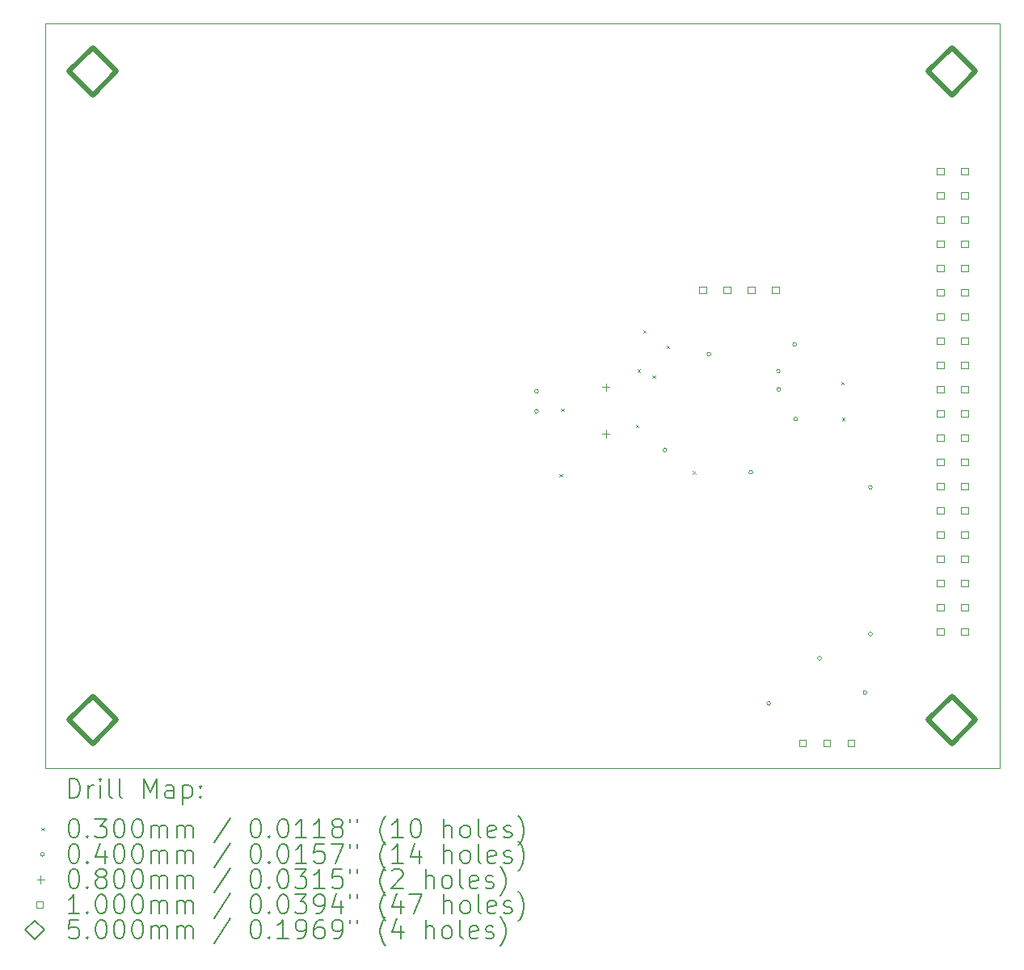
<source format=gbr>
%TF.GenerationSoftware,KiCad,Pcbnew,8.0.5*%
%TF.CreationDate,2025-03-12T16:10:10-07:00*%
%TF.ProjectId,Mechatronics LED,4d656368-6174-4726-9f6e-696373204c45,rev?*%
%TF.SameCoordinates,Original*%
%TF.FileFunction,Drillmap*%
%TF.FilePolarity,Positive*%
%FSLAX45Y45*%
G04 Gerber Fmt 4.5, Leading zero omitted, Abs format (unit mm)*
G04 Created by KiCad (PCBNEW 8.0.5) date 2025-03-12 16:10:10*
%MOMM*%
%LPD*%
G01*
G04 APERTURE LIST*
%ADD10C,0.100000*%
%ADD11C,0.200000*%
%ADD12C,0.500000*%
G04 APERTURE END LIST*
D10*
X9115000Y-5067000D02*
X19115000Y-5067000D01*
X19115000Y-12867000D01*
X9115000Y-12867000D01*
X9115000Y-5067000D01*
D11*
D10*
X14507500Y-9787500D02*
X14537500Y-9817500D01*
X14537500Y-9787500D02*
X14507500Y-9817500D01*
X14523750Y-9102500D02*
X14553750Y-9132500D01*
X14553750Y-9102500D02*
X14523750Y-9132500D01*
X15305000Y-9270000D02*
X15335000Y-9300000D01*
X15335000Y-9270000D02*
X15305000Y-9300000D01*
X15322500Y-8692500D02*
X15352500Y-8722500D01*
X15352500Y-8692500D02*
X15322500Y-8722500D01*
X15382500Y-8280000D02*
X15412500Y-8310000D01*
X15412500Y-8280000D02*
X15382500Y-8310000D01*
X15480000Y-8752500D02*
X15510000Y-8782500D01*
X15510000Y-8752500D02*
X15480000Y-8782500D01*
X15627500Y-8442500D02*
X15657500Y-8472500D01*
X15657500Y-8442500D02*
X15627500Y-8472500D01*
X15902500Y-9757500D02*
X15932500Y-9787500D01*
X15932500Y-9757500D02*
X15902500Y-9787500D01*
X17455000Y-8822500D02*
X17485000Y-8852500D01*
X17485000Y-8822500D02*
X17455000Y-8852500D01*
X17462500Y-9200000D02*
X17492500Y-9230000D01*
X17492500Y-9200000D02*
X17462500Y-9230000D01*
X14285000Y-8920000D02*
G75*
G02*
X14245000Y-8920000I-20000J0D01*
G01*
X14245000Y-8920000D02*
G75*
G02*
X14285000Y-8920000I20000J0D01*
G01*
X14285000Y-9130000D02*
G75*
G02*
X14245000Y-9130000I-20000J0D01*
G01*
X14245000Y-9130000D02*
G75*
G02*
X14285000Y-9130000I20000J0D01*
G01*
X15630000Y-9537500D02*
G75*
G02*
X15590000Y-9537500I-20000J0D01*
G01*
X15590000Y-9537500D02*
G75*
G02*
X15630000Y-9537500I20000J0D01*
G01*
X16092500Y-8532500D02*
G75*
G02*
X16052500Y-8532500I-20000J0D01*
G01*
X16052500Y-8532500D02*
G75*
G02*
X16092500Y-8532500I20000J0D01*
G01*
X16530000Y-9770000D02*
G75*
G02*
X16490000Y-9770000I-20000J0D01*
G01*
X16490000Y-9770000D02*
G75*
G02*
X16530000Y-9770000I20000J0D01*
G01*
X16717500Y-12192500D02*
G75*
G02*
X16677500Y-12192500I-20000J0D01*
G01*
X16677500Y-12192500D02*
G75*
G02*
X16717500Y-12192500I20000J0D01*
G01*
X16817500Y-8710000D02*
G75*
G02*
X16777500Y-8710000I-20000J0D01*
G01*
X16777500Y-8710000D02*
G75*
G02*
X16817500Y-8710000I20000J0D01*
G01*
X16822500Y-8902500D02*
G75*
G02*
X16782500Y-8902500I-20000J0D01*
G01*
X16782500Y-8902500D02*
G75*
G02*
X16822500Y-8902500I20000J0D01*
G01*
X16990000Y-8430000D02*
G75*
G02*
X16950000Y-8430000I-20000J0D01*
G01*
X16950000Y-8430000D02*
G75*
G02*
X16990000Y-8430000I20000J0D01*
G01*
X17000000Y-9210000D02*
G75*
G02*
X16960000Y-9210000I-20000J0D01*
G01*
X16960000Y-9210000D02*
G75*
G02*
X17000000Y-9210000I20000J0D01*
G01*
X17250000Y-11720000D02*
G75*
G02*
X17210000Y-11720000I-20000J0D01*
G01*
X17210000Y-11720000D02*
G75*
G02*
X17250000Y-11720000I20000J0D01*
G01*
X17727500Y-12080000D02*
G75*
G02*
X17687500Y-12080000I-20000J0D01*
G01*
X17687500Y-12080000D02*
G75*
G02*
X17727500Y-12080000I20000J0D01*
G01*
X17782500Y-9927500D02*
G75*
G02*
X17742500Y-9927500I-20000J0D01*
G01*
X17742500Y-9927500D02*
G75*
G02*
X17782500Y-9927500I20000J0D01*
G01*
X17782500Y-11465000D02*
G75*
G02*
X17742500Y-11465000I-20000J0D01*
G01*
X17742500Y-11465000D02*
G75*
G02*
X17782500Y-11465000I20000J0D01*
G01*
X14992500Y-8837000D02*
X14992500Y-8917000D01*
X14952500Y-8877000D02*
X15032500Y-8877000D01*
X14992500Y-9325000D02*
X14992500Y-9405000D01*
X14952500Y-9365000D02*
X15032500Y-9365000D01*
X16041356Y-7895356D02*
X16041356Y-7824644D01*
X15970644Y-7824644D01*
X15970644Y-7895356D01*
X16041356Y-7895356D01*
X16295356Y-7895356D02*
X16295356Y-7824644D01*
X16224644Y-7824644D01*
X16224644Y-7895356D01*
X16295356Y-7895356D01*
X16549356Y-7895356D02*
X16549356Y-7824644D01*
X16478644Y-7824644D01*
X16478644Y-7895356D01*
X16549356Y-7895356D01*
X16803356Y-7895356D02*
X16803356Y-7824644D01*
X16732644Y-7824644D01*
X16732644Y-7895356D01*
X16803356Y-7895356D01*
X17085356Y-12645356D02*
X17085356Y-12574644D01*
X17014644Y-12574644D01*
X17014644Y-12645356D01*
X17085356Y-12645356D01*
X17339356Y-12645356D02*
X17339356Y-12574644D01*
X17268644Y-12574644D01*
X17268644Y-12645356D01*
X17339356Y-12645356D01*
X17593356Y-12645356D02*
X17593356Y-12574644D01*
X17522644Y-12574644D01*
X17522644Y-12645356D01*
X17593356Y-12645356D01*
X18531356Y-6647356D02*
X18531356Y-6576644D01*
X18460644Y-6576644D01*
X18460644Y-6647356D01*
X18531356Y-6647356D01*
X18531356Y-6901356D02*
X18531356Y-6830644D01*
X18460644Y-6830644D01*
X18460644Y-6901356D01*
X18531356Y-6901356D01*
X18531356Y-7155356D02*
X18531356Y-7084644D01*
X18460644Y-7084644D01*
X18460644Y-7155356D01*
X18531356Y-7155356D01*
X18531356Y-7409356D02*
X18531356Y-7338644D01*
X18460644Y-7338644D01*
X18460644Y-7409356D01*
X18531356Y-7409356D01*
X18531356Y-7663356D02*
X18531356Y-7592644D01*
X18460644Y-7592644D01*
X18460644Y-7663356D01*
X18531356Y-7663356D01*
X18531356Y-7917356D02*
X18531356Y-7846644D01*
X18460644Y-7846644D01*
X18460644Y-7917356D01*
X18531356Y-7917356D01*
X18531356Y-8171356D02*
X18531356Y-8100644D01*
X18460644Y-8100644D01*
X18460644Y-8171356D01*
X18531356Y-8171356D01*
X18531356Y-8425356D02*
X18531356Y-8354644D01*
X18460644Y-8354644D01*
X18460644Y-8425356D01*
X18531356Y-8425356D01*
X18531356Y-8679356D02*
X18531356Y-8608644D01*
X18460644Y-8608644D01*
X18460644Y-8679356D01*
X18531356Y-8679356D01*
X18531356Y-8933356D02*
X18531356Y-8862644D01*
X18460644Y-8862644D01*
X18460644Y-8933356D01*
X18531356Y-8933356D01*
X18531356Y-9187356D02*
X18531356Y-9116644D01*
X18460644Y-9116644D01*
X18460644Y-9187356D01*
X18531356Y-9187356D01*
X18531356Y-9441356D02*
X18531356Y-9370644D01*
X18460644Y-9370644D01*
X18460644Y-9441356D01*
X18531356Y-9441356D01*
X18531356Y-9695356D02*
X18531356Y-9624644D01*
X18460644Y-9624644D01*
X18460644Y-9695356D01*
X18531356Y-9695356D01*
X18531356Y-9949356D02*
X18531356Y-9878644D01*
X18460644Y-9878644D01*
X18460644Y-9949356D01*
X18531356Y-9949356D01*
X18531356Y-10203356D02*
X18531356Y-10132644D01*
X18460644Y-10132644D01*
X18460644Y-10203356D01*
X18531356Y-10203356D01*
X18531356Y-10457356D02*
X18531356Y-10386644D01*
X18460644Y-10386644D01*
X18460644Y-10457356D01*
X18531356Y-10457356D01*
X18531356Y-10711356D02*
X18531356Y-10640644D01*
X18460644Y-10640644D01*
X18460644Y-10711356D01*
X18531356Y-10711356D01*
X18531356Y-10965356D02*
X18531356Y-10894644D01*
X18460644Y-10894644D01*
X18460644Y-10965356D01*
X18531356Y-10965356D01*
X18531356Y-11219356D02*
X18531356Y-11148644D01*
X18460644Y-11148644D01*
X18460644Y-11219356D01*
X18531356Y-11219356D01*
X18531356Y-11473356D02*
X18531356Y-11402644D01*
X18460644Y-11402644D01*
X18460644Y-11473356D01*
X18531356Y-11473356D01*
X18785356Y-6647356D02*
X18785356Y-6576644D01*
X18714644Y-6576644D01*
X18714644Y-6647356D01*
X18785356Y-6647356D01*
X18785356Y-6901356D02*
X18785356Y-6830644D01*
X18714644Y-6830644D01*
X18714644Y-6901356D01*
X18785356Y-6901356D01*
X18785356Y-7155356D02*
X18785356Y-7084644D01*
X18714644Y-7084644D01*
X18714644Y-7155356D01*
X18785356Y-7155356D01*
X18785356Y-7409356D02*
X18785356Y-7338644D01*
X18714644Y-7338644D01*
X18714644Y-7409356D01*
X18785356Y-7409356D01*
X18785356Y-7663356D02*
X18785356Y-7592644D01*
X18714644Y-7592644D01*
X18714644Y-7663356D01*
X18785356Y-7663356D01*
X18785356Y-7917356D02*
X18785356Y-7846644D01*
X18714644Y-7846644D01*
X18714644Y-7917356D01*
X18785356Y-7917356D01*
X18785356Y-8171356D02*
X18785356Y-8100644D01*
X18714644Y-8100644D01*
X18714644Y-8171356D01*
X18785356Y-8171356D01*
X18785356Y-8425356D02*
X18785356Y-8354644D01*
X18714644Y-8354644D01*
X18714644Y-8425356D01*
X18785356Y-8425356D01*
X18785356Y-8679356D02*
X18785356Y-8608644D01*
X18714644Y-8608644D01*
X18714644Y-8679356D01*
X18785356Y-8679356D01*
X18785356Y-8933356D02*
X18785356Y-8862644D01*
X18714644Y-8862644D01*
X18714644Y-8933356D01*
X18785356Y-8933356D01*
X18785356Y-9187356D02*
X18785356Y-9116644D01*
X18714644Y-9116644D01*
X18714644Y-9187356D01*
X18785356Y-9187356D01*
X18785356Y-9441356D02*
X18785356Y-9370644D01*
X18714644Y-9370644D01*
X18714644Y-9441356D01*
X18785356Y-9441356D01*
X18785356Y-9695356D02*
X18785356Y-9624644D01*
X18714644Y-9624644D01*
X18714644Y-9695356D01*
X18785356Y-9695356D01*
X18785356Y-9949356D02*
X18785356Y-9878644D01*
X18714644Y-9878644D01*
X18714644Y-9949356D01*
X18785356Y-9949356D01*
X18785356Y-10203356D02*
X18785356Y-10132644D01*
X18714644Y-10132644D01*
X18714644Y-10203356D01*
X18785356Y-10203356D01*
X18785356Y-10457356D02*
X18785356Y-10386644D01*
X18714644Y-10386644D01*
X18714644Y-10457356D01*
X18785356Y-10457356D01*
X18785356Y-10711356D02*
X18785356Y-10640644D01*
X18714644Y-10640644D01*
X18714644Y-10711356D01*
X18785356Y-10711356D01*
X18785356Y-10965356D02*
X18785356Y-10894644D01*
X18714644Y-10894644D01*
X18714644Y-10965356D01*
X18785356Y-10965356D01*
X18785356Y-11219356D02*
X18785356Y-11148644D01*
X18714644Y-11148644D01*
X18714644Y-11219356D01*
X18785356Y-11219356D01*
X18785356Y-11473356D02*
X18785356Y-11402644D01*
X18714644Y-11402644D01*
X18714644Y-11473356D01*
X18785356Y-11473356D01*
D12*
X9615000Y-5817000D02*
X9865000Y-5567000D01*
X9615000Y-5317000D01*
X9365000Y-5567000D01*
X9615000Y-5817000D01*
X9615000Y-12617000D02*
X9865000Y-12367000D01*
X9615000Y-12117000D01*
X9365000Y-12367000D01*
X9615000Y-12617000D01*
X18615000Y-5817000D02*
X18865000Y-5567000D01*
X18615000Y-5317000D01*
X18365000Y-5567000D01*
X18615000Y-5817000D01*
X18615000Y-12617000D02*
X18865000Y-12367000D01*
X18615000Y-12117000D01*
X18365000Y-12367000D01*
X18615000Y-12617000D01*
D11*
X9370777Y-13183484D02*
X9370777Y-12983484D01*
X9370777Y-12983484D02*
X9418396Y-12983484D01*
X9418396Y-12983484D02*
X9446967Y-12993008D01*
X9446967Y-12993008D02*
X9466015Y-13012055D01*
X9466015Y-13012055D02*
X9475539Y-13031103D01*
X9475539Y-13031103D02*
X9485063Y-13069198D01*
X9485063Y-13069198D02*
X9485063Y-13097769D01*
X9485063Y-13097769D02*
X9475539Y-13135865D01*
X9475539Y-13135865D02*
X9466015Y-13154912D01*
X9466015Y-13154912D02*
X9446967Y-13173960D01*
X9446967Y-13173960D02*
X9418396Y-13183484D01*
X9418396Y-13183484D02*
X9370777Y-13183484D01*
X9570777Y-13183484D02*
X9570777Y-13050150D01*
X9570777Y-13088246D02*
X9580301Y-13069198D01*
X9580301Y-13069198D02*
X9589824Y-13059674D01*
X9589824Y-13059674D02*
X9608872Y-13050150D01*
X9608872Y-13050150D02*
X9627920Y-13050150D01*
X9694586Y-13183484D02*
X9694586Y-13050150D01*
X9694586Y-12983484D02*
X9685063Y-12993008D01*
X9685063Y-12993008D02*
X9694586Y-13002531D01*
X9694586Y-13002531D02*
X9704110Y-12993008D01*
X9704110Y-12993008D02*
X9694586Y-12983484D01*
X9694586Y-12983484D02*
X9694586Y-13002531D01*
X9818396Y-13183484D02*
X9799348Y-13173960D01*
X9799348Y-13173960D02*
X9789824Y-13154912D01*
X9789824Y-13154912D02*
X9789824Y-12983484D01*
X9923158Y-13183484D02*
X9904110Y-13173960D01*
X9904110Y-13173960D02*
X9894586Y-13154912D01*
X9894586Y-13154912D02*
X9894586Y-12983484D01*
X10151729Y-13183484D02*
X10151729Y-12983484D01*
X10151729Y-12983484D02*
X10218396Y-13126341D01*
X10218396Y-13126341D02*
X10285063Y-12983484D01*
X10285063Y-12983484D02*
X10285063Y-13183484D01*
X10466015Y-13183484D02*
X10466015Y-13078722D01*
X10466015Y-13078722D02*
X10456491Y-13059674D01*
X10456491Y-13059674D02*
X10437444Y-13050150D01*
X10437444Y-13050150D02*
X10399348Y-13050150D01*
X10399348Y-13050150D02*
X10380301Y-13059674D01*
X10466015Y-13173960D02*
X10446967Y-13183484D01*
X10446967Y-13183484D02*
X10399348Y-13183484D01*
X10399348Y-13183484D02*
X10380301Y-13173960D01*
X10380301Y-13173960D02*
X10370777Y-13154912D01*
X10370777Y-13154912D02*
X10370777Y-13135865D01*
X10370777Y-13135865D02*
X10380301Y-13116817D01*
X10380301Y-13116817D02*
X10399348Y-13107293D01*
X10399348Y-13107293D02*
X10446967Y-13107293D01*
X10446967Y-13107293D02*
X10466015Y-13097769D01*
X10561253Y-13050150D02*
X10561253Y-13250150D01*
X10561253Y-13059674D02*
X10580301Y-13050150D01*
X10580301Y-13050150D02*
X10618396Y-13050150D01*
X10618396Y-13050150D02*
X10637444Y-13059674D01*
X10637444Y-13059674D02*
X10646967Y-13069198D01*
X10646967Y-13069198D02*
X10656491Y-13088246D01*
X10656491Y-13088246D02*
X10656491Y-13145388D01*
X10656491Y-13145388D02*
X10646967Y-13164436D01*
X10646967Y-13164436D02*
X10637444Y-13173960D01*
X10637444Y-13173960D02*
X10618396Y-13183484D01*
X10618396Y-13183484D02*
X10580301Y-13183484D01*
X10580301Y-13183484D02*
X10561253Y-13173960D01*
X10742205Y-13164436D02*
X10751729Y-13173960D01*
X10751729Y-13173960D02*
X10742205Y-13183484D01*
X10742205Y-13183484D02*
X10732682Y-13173960D01*
X10732682Y-13173960D02*
X10742205Y-13164436D01*
X10742205Y-13164436D02*
X10742205Y-13183484D01*
X10742205Y-13059674D02*
X10751729Y-13069198D01*
X10751729Y-13069198D02*
X10742205Y-13078722D01*
X10742205Y-13078722D02*
X10732682Y-13069198D01*
X10732682Y-13069198D02*
X10742205Y-13059674D01*
X10742205Y-13059674D02*
X10742205Y-13078722D01*
D10*
X9080000Y-13497000D02*
X9110000Y-13527000D01*
X9110000Y-13497000D02*
X9080000Y-13527000D01*
D11*
X9408872Y-13403484D02*
X9427920Y-13403484D01*
X9427920Y-13403484D02*
X9446967Y-13413008D01*
X9446967Y-13413008D02*
X9456491Y-13422531D01*
X9456491Y-13422531D02*
X9466015Y-13441579D01*
X9466015Y-13441579D02*
X9475539Y-13479674D01*
X9475539Y-13479674D02*
X9475539Y-13527293D01*
X9475539Y-13527293D02*
X9466015Y-13565388D01*
X9466015Y-13565388D02*
X9456491Y-13584436D01*
X9456491Y-13584436D02*
X9446967Y-13593960D01*
X9446967Y-13593960D02*
X9427920Y-13603484D01*
X9427920Y-13603484D02*
X9408872Y-13603484D01*
X9408872Y-13603484D02*
X9389824Y-13593960D01*
X9389824Y-13593960D02*
X9380301Y-13584436D01*
X9380301Y-13584436D02*
X9370777Y-13565388D01*
X9370777Y-13565388D02*
X9361253Y-13527293D01*
X9361253Y-13527293D02*
X9361253Y-13479674D01*
X9361253Y-13479674D02*
X9370777Y-13441579D01*
X9370777Y-13441579D02*
X9380301Y-13422531D01*
X9380301Y-13422531D02*
X9389824Y-13413008D01*
X9389824Y-13413008D02*
X9408872Y-13403484D01*
X9561253Y-13584436D02*
X9570777Y-13593960D01*
X9570777Y-13593960D02*
X9561253Y-13603484D01*
X9561253Y-13603484D02*
X9551729Y-13593960D01*
X9551729Y-13593960D02*
X9561253Y-13584436D01*
X9561253Y-13584436D02*
X9561253Y-13603484D01*
X9637444Y-13403484D02*
X9761253Y-13403484D01*
X9761253Y-13403484D02*
X9694586Y-13479674D01*
X9694586Y-13479674D02*
X9723158Y-13479674D01*
X9723158Y-13479674D02*
X9742205Y-13489198D01*
X9742205Y-13489198D02*
X9751729Y-13498722D01*
X9751729Y-13498722D02*
X9761253Y-13517769D01*
X9761253Y-13517769D02*
X9761253Y-13565388D01*
X9761253Y-13565388D02*
X9751729Y-13584436D01*
X9751729Y-13584436D02*
X9742205Y-13593960D01*
X9742205Y-13593960D02*
X9723158Y-13603484D01*
X9723158Y-13603484D02*
X9666015Y-13603484D01*
X9666015Y-13603484D02*
X9646967Y-13593960D01*
X9646967Y-13593960D02*
X9637444Y-13584436D01*
X9885063Y-13403484D02*
X9904110Y-13403484D01*
X9904110Y-13403484D02*
X9923158Y-13413008D01*
X9923158Y-13413008D02*
X9932682Y-13422531D01*
X9932682Y-13422531D02*
X9942205Y-13441579D01*
X9942205Y-13441579D02*
X9951729Y-13479674D01*
X9951729Y-13479674D02*
X9951729Y-13527293D01*
X9951729Y-13527293D02*
X9942205Y-13565388D01*
X9942205Y-13565388D02*
X9932682Y-13584436D01*
X9932682Y-13584436D02*
X9923158Y-13593960D01*
X9923158Y-13593960D02*
X9904110Y-13603484D01*
X9904110Y-13603484D02*
X9885063Y-13603484D01*
X9885063Y-13603484D02*
X9866015Y-13593960D01*
X9866015Y-13593960D02*
X9856491Y-13584436D01*
X9856491Y-13584436D02*
X9846967Y-13565388D01*
X9846967Y-13565388D02*
X9837444Y-13527293D01*
X9837444Y-13527293D02*
X9837444Y-13479674D01*
X9837444Y-13479674D02*
X9846967Y-13441579D01*
X9846967Y-13441579D02*
X9856491Y-13422531D01*
X9856491Y-13422531D02*
X9866015Y-13413008D01*
X9866015Y-13413008D02*
X9885063Y-13403484D01*
X10075539Y-13403484D02*
X10094586Y-13403484D01*
X10094586Y-13403484D02*
X10113634Y-13413008D01*
X10113634Y-13413008D02*
X10123158Y-13422531D01*
X10123158Y-13422531D02*
X10132682Y-13441579D01*
X10132682Y-13441579D02*
X10142205Y-13479674D01*
X10142205Y-13479674D02*
X10142205Y-13527293D01*
X10142205Y-13527293D02*
X10132682Y-13565388D01*
X10132682Y-13565388D02*
X10123158Y-13584436D01*
X10123158Y-13584436D02*
X10113634Y-13593960D01*
X10113634Y-13593960D02*
X10094586Y-13603484D01*
X10094586Y-13603484D02*
X10075539Y-13603484D01*
X10075539Y-13603484D02*
X10056491Y-13593960D01*
X10056491Y-13593960D02*
X10046967Y-13584436D01*
X10046967Y-13584436D02*
X10037444Y-13565388D01*
X10037444Y-13565388D02*
X10027920Y-13527293D01*
X10027920Y-13527293D02*
X10027920Y-13479674D01*
X10027920Y-13479674D02*
X10037444Y-13441579D01*
X10037444Y-13441579D02*
X10046967Y-13422531D01*
X10046967Y-13422531D02*
X10056491Y-13413008D01*
X10056491Y-13413008D02*
X10075539Y-13403484D01*
X10227920Y-13603484D02*
X10227920Y-13470150D01*
X10227920Y-13489198D02*
X10237444Y-13479674D01*
X10237444Y-13479674D02*
X10256491Y-13470150D01*
X10256491Y-13470150D02*
X10285063Y-13470150D01*
X10285063Y-13470150D02*
X10304110Y-13479674D01*
X10304110Y-13479674D02*
X10313634Y-13498722D01*
X10313634Y-13498722D02*
X10313634Y-13603484D01*
X10313634Y-13498722D02*
X10323158Y-13479674D01*
X10323158Y-13479674D02*
X10342205Y-13470150D01*
X10342205Y-13470150D02*
X10370777Y-13470150D01*
X10370777Y-13470150D02*
X10389825Y-13479674D01*
X10389825Y-13479674D02*
X10399348Y-13498722D01*
X10399348Y-13498722D02*
X10399348Y-13603484D01*
X10494586Y-13603484D02*
X10494586Y-13470150D01*
X10494586Y-13489198D02*
X10504110Y-13479674D01*
X10504110Y-13479674D02*
X10523158Y-13470150D01*
X10523158Y-13470150D02*
X10551729Y-13470150D01*
X10551729Y-13470150D02*
X10570777Y-13479674D01*
X10570777Y-13479674D02*
X10580301Y-13498722D01*
X10580301Y-13498722D02*
X10580301Y-13603484D01*
X10580301Y-13498722D02*
X10589825Y-13479674D01*
X10589825Y-13479674D02*
X10608872Y-13470150D01*
X10608872Y-13470150D02*
X10637444Y-13470150D01*
X10637444Y-13470150D02*
X10656491Y-13479674D01*
X10656491Y-13479674D02*
X10666015Y-13498722D01*
X10666015Y-13498722D02*
X10666015Y-13603484D01*
X11056491Y-13393960D02*
X10885063Y-13651103D01*
X11313634Y-13403484D02*
X11332682Y-13403484D01*
X11332682Y-13403484D02*
X11351729Y-13413008D01*
X11351729Y-13413008D02*
X11361253Y-13422531D01*
X11361253Y-13422531D02*
X11370777Y-13441579D01*
X11370777Y-13441579D02*
X11380301Y-13479674D01*
X11380301Y-13479674D02*
X11380301Y-13527293D01*
X11380301Y-13527293D02*
X11370777Y-13565388D01*
X11370777Y-13565388D02*
X11361253Y-13584436D01*
X11361253Y-13584436D02*
X11351729Y-13593960D01*
X11351729Y-13593960D02*
X11332682Y-13603484D01*
X11332682Y-13603484D02*
X11313634Y-13603484D01*
X11313634Y-13603484D02*
X11294586Y-13593960D01*
X11294586Y-13593960D02*
X11285063Y-13584436D01*
X11285063Y-13584436D02*
X11275539Y-13565388D01*
X11275539Y-13565388D02*
X11266015Y-13527293D01*
X11266015Y-13527293D02*
X11266015Y-13479674D01*
X11266015Y-13479674D02*
X11275539Y-13441579D01*
X11275539Y-13441579D02*
X11285063Y-13422531D01*
X11285063Y-13422531D02*
X11294586Y-13413008D01*
X11294586Y-13413008D02*
X11313634Y-13403484D01*
X11466015Y-13584436D02*
X11475539Y-13593960D01*
X11475539Y-13593960D02*
X11466015Y-13603484D01*
X11466015Y-13603484D02*
X11456491Y-13593960D01*
X11456491Y-13593960D02*
X11466015Y-13584436D01*
X11466015Y-13584436D02*
X11466015Y-13603484D01*
X11599348Y-13403484D02*
X11618396Y-13403484D01*
X11618396Y-13403484D02*
X11637444Y-13413008D01*
X11637444Y-13413008D02*
X11646967Y-13422531D01*
X11646967Y-13422531D02*
X11656491Y-13441579D01*
X11656491Y-13441579D02*
X11666015Y-13479674D01*
X11666015Y-13479674D02*
X11666015Y-13527293D01*
X11666015Y-13527293D02*
X11656491Y-13565388D01*
X11656491Y-13565388D02*
X11646967Y-13584436D01*
X11646967Y-13584436D02*
X11637444Y-13593960D01*
X11637444Y-13593960D02*
X11618396Y-13603484D01*
X11618396Y-13603484D02*
X11599348Y-13603484D01*
X11599348Y-13603484D02*
X11580301Y-13593960D01*
X11580301Y-13593960D02*
X11570777Y-13584436D01*
X11570777Y-13584436D02*
X11561253Y-13565388D01*
X11561253Y-13565388D02*
X11551729Y-13527293D01*
X11551729Y-13527293D02*
X11551729Y-13479674D01*
X11551729Y-13479674D02*
X11561253Y-13441579D01*
X11561253Y-13441579D02*
X11570777Y-13422531D01*
X11570777Y-13422531D02*
X11580301Y-13413008D01*
X11580301Y-13413008D02*
X11599348Y-13403484D01*
X11856491Y-13603484D02*
X11742206Y-13603484D01*
X11799348Y-13603484D02*
X11799348Y-13403484D01*
X11799348Y-13403484D02*
X11780301Y-13432055D01*
X11780301Y-13432055D02*
X11761253Y-13451103D01*
X11761253Y-13451103D02*
X11742206Y-13460627D01*
X12046967Y-13603484D02*
X11932682Y-13603484D01*
X11989825Y-13603484D02*
X11989825Y-13403484D01*
X11989825Y-13403484D02*
X11970777Y-13432055D01*
X11970777Y-13432055D02*
X11951729Y-13451103D01*
X11951729Y-13451103D02*
X11932682Y-13460627D01*
X12161253Y-13489198D02*
X12142206Y-13479674D01*
X12142206Y-13479674D02*
X12132682Y-13470150D01*
X12132682Y-13470150D02*
X12123158Y-13451103D01*
X12123158Y-13451103D02*
X12123158Y-13441579D01*
X12123158Y-13441579D02*
X12132682Y-13422531D01*
X12132682Y-13422531D02*
X12142206Y-13413008D01*
X12142206Y-13413008D02*
X12161253Y-13403484D01*
X12161253Y-13403484D02*
X12199348Y-13403484D01*
X12199348Y-13403484D02*
X12218396Y-13413008D01*
X12218396Y-13413008D02*
X12227920Y-13422531D01*
X12227920Y-13422531D02*
X12237444Y-13441579D01*
X12237444Y-13441579D02*
X12237444Y-13451103D01*
X12237444Y-13451103D02*
X12227920Y-13470150D01*
X12227920Y-13470150D02*
X12218396Y-13479674D01*
X12218396Y-13479674D02*
X12199348Y-13489198D01*
X12199348Y-13489198D02*
X12161253Y-13489198D01*
X12161253Y-13489198D02*
X12142206Y-13498722D01*
X12142206Y-13498722D02*
X12132682Y-13508246D01*
X12132682Y-13508246D02*
X12123158Y-13527293D01*
X12123158Y-13527293D02*
X12123158Y-13565388D01*
X12123158Y-13565388D02*
X12132682Y-13584436D01*
X12132682Y-13584436D02*
X12142206Y-13593960D01*
X12142206Y-13593960D02*
X12161253Y-13603484D01*
X12161253Y-13603484D02*
X12199348Y-13603484D01*
X12199348Y-13603484D02*
X12218396Y-13593960D01*
X12218396Y-13593960D02*
X12227920Y-13584436D01*
X12227920Y-13584436D02*
X12237444Y-13565388D01*
X12237444Y-13565388D02*
X12237444Y-13527293D01*
X12237444Y-13527293D02*
X12227920Y-13508246D01*
X12227920Y-13508246D02*
X12218396Y-13498722D01*
X12218396Y-13498722D02*
X12199348Y-13489198D01*
X12313634Y-13403484D02*
X12313634Y-13441579D01*
X12389825Y-13403484D02*
X12389825Y-13441579D01*
X12685063Y-13679674D02*
X12675539Y-13670150D01*
X12675539Y-13670150D02*
X12656491Y-13641579D01*
X12656491Y-13641579D02*
X12646968Y-13622531D01*
X12646968Y-13622531D02*
X12637444Y-13593960D01*
X12637444Y-13593960D02*
X12627920Y-13546341D01*
X12627920Y-13546341D02*
X12627920Y-13508246D01*
X12627920Y-13508246D02*
X12637444Y-13460627D01*
X12637444Y-13460627D02*
X12646968Y-13432055D01*
X12646968Y-13432055D02*
X12656491Y-13413008D01*
X12656491Y-13413008D02*
X12675539Y-13384436D01*
X12675539Y-13384436D02*
X12685063Y-13374912D01*
X12866015Y-13603484D02*
X12751729Y-13603484D01*
X12808872Y-13603484D02*
X12808872Y-13403484D01*
X12808872Y-13403484D02*
X12789825Y-13432055D01*
X12789825Y-13432055D02*
X12770777Y-13451103D01*
X12770777Y-13451103D02*
X12751729Y-13460627D01*
X12989825Y-13403484D02*
X13008872Y-13403484D01*
X13008872Y-13403484D02*
X13027920Y-13413008D01*
X13027920Y-13413008D02*
X13037444Y-13422531D01*
X13037444Y-13422531D02*
X13046968Y-13441579D01*
X13046968Y-13441579D02*
X13056491Y-13479674D01*
X13056491Y-13479674D02*
X13056491Y-13527293D01*
X13056491Y-13527293D02*
X13046968Y-13565388D01*
X13046968Y-13565388D02*
X13037444Y-13584436D01*
X13037444Y-13584436D02*
X13027920Y-13593960D01*
X13027920Y-13593960D02*
X13008872Y-13603484D01*
X13008872Y-13603484D02*
X12989825Y-13603484D01*
X12989825Y-13603484D02*
X12970777Y-13593960D01*
X12970777Y-13593960D02*
X12961253Y-13584436D01*
X12961253Y-13584436D02*
X12951729Y-13565388D01*
X12951729Y-13565388D02*
X12942206Y-13527293D01*
X12942206Y-13527293D02*
X12942206Y-13479674D01*
X12942206Y-13479674D02*
X12951729Y-13441579D01*
X12951729Y-13441579D02*
X12961253Y-13422531D01*
X12961253Y-13422531D02*
X12970777Y-13413008D01*
X12970777Y-13413008D02*
X12989825Y-13403484D01*
X13294587Y-13603484D02*
X13294587Y-13403484D01*
X13380301Y-13603484D02*
X13380301Y-13498722D01*
X13380301Y-13498722D02*
X13370777Y-13479674D01*
X13370777Y-13479674D02*
X13351730Y-13470150D01*
X13351730Y-13470150D02*
X13323158Y-13470150D01*
X13323158Y-13470150D02*
X13304110Y-13479674D01*
X13304110Y-13479674D02*
X13294587Y-13489198D01*
X13504110Y-13603484D02*
X13485063Y-13593960D01*
X13485063Y-13593960D02*
X13475539Y-13584436D01*
X13475539Y-13584436D02*
X13466015Y-13565388D01*
X13466015Y-13565388D02*
X13466015Y-13508246D01*
X13466015Y-13508246D02*
X13475539Y-13489198D01*
X13475539Y-13489198D02*
X13485063Y-13479674D01*
X13485063Y-13479674D02*
X13504110Y-13470150D01*
X13504110Y-13470150D02*
X13532682Y-13470150D01*
X13532682Y-13470150D02*
X13551730Y-13479674D01*
X13551730Y-13479674D02*
X13561253Y-13489198D01*
X13561253Y-13489198D02*
X13570777Y-13508246D01*
X13570777Y-13508246D02*
X13570777Y-13565388D01*
X13570777Y-13565388D02*
X13561253Y-13584436D01*
X13561253Y-13584436D02*
X13551730Y-13593960D01*
X13551730Y-13593960D02*
X13532682Y-13603484D01*
X13532682Y-13603484D02*
X13504110Y-13603484D01*
X13685063Y-13603484D02*
X13666015Y-13593960D01*
X13666015Y-13593960D02*
X13656491Y-13574912D01*
X13656491Y-13574912D02*
X13656491Y-13403484D01*
X13837444Y-13593960D02*
X13818396Y-13603484D01*
X13818396Y-13603484D02*
X13780301Y-13603484D01*
X13780301Y-13603484D02*
X13761253Y-13593960D01*
X13761253Y-13593960D02*
X13751730Y-13574912D01*
X13751730Y-13574912D02*
X13751730Y-13498722D01*
X13751730Y-13498722D02*
X13761253Y-13479674D01*
X13761253Y-13479674D02*
X13780301Y-13470150D01*
X13780301Y-13470150D02*
X13818396Y-13470150D01*
X13818396Y-13470150D02*
X13837444Y-13479674D01*
X13837444Y-13479674D02*
X13846968Y-13498722D01*
X13846968Y-13498722D02*
X13846968Y-13517769D01*
X13846968Y-13517769D02*
X13751730Y-13536817D01*
X13923158Y-13593960D02*
X13942206Y-13603484D01*
X13942206Y-13603484D02*
X13980301Y-13603484D01*
X13980301Y-13603484D02*
X13999349Y-13593960D01*
X13999349Y-13593960D02*
X14008872Y-13574912D01*
X14008872Y-13574912D02*
X14008872Y-13565388D01*
X14008872Y-13565388D02*
X13999349Y-13546341D01*
X13999349Y-13546341D02*
X13980301Y-13536817D01*
X13980301Y-13536817D02*
X13951730Y-13536817D01*
X13951730Y-13536817D02*
X13932682Y-13527293D01*
X13932682Y-13527293D02*
X13923158Y-13508246D01*
X13923158Y-13508246D02*
X13923158Y-13498722D01*
X13923158Y-13498722D02*
X13932682Y-13479674D01*
X13932682Y-13479674D02*
X13951730Y-13470150D01*
X13951730Y-13470150D02*
X13980301Y-13470150D01*
X13980301Y-13470150D02*
X13999349Y-13479674D01*
X14075539Y-13679674D02*
X14085063Y-13670150D01*
X14085063Y-13670150D02*
X14104111Y-13641579D01*
X14104111Y-13641579D02*
X14113634Y-13622531D01*
X14113634Y-13622531D02*
X14123158Y-13593960D01*
X14123158Y-13593960D02*
X14132682Y-13546341D01*
X14132682Y-13546341D02*
X14132682Y-13508246D01*
X14132682Y-13508246D02*
X14123158Y-13460627D01*
X14123158Y-13460627D02*
X14113634Y-13432055D01*
X14113634Y-13432055D02*
X14104111Y-13413008D01*
X14104111Y-13413008D02*
X14085063Y-13384436D01*
X14085063Y-13384436D02*
X14075539Y-13374912D01*
D10*
X9110000Y-13776000D02*
G75*
G02*
X9070000Y-13776000I-20000J0D01*
G01*
X9070000Y-13776000D02*
G75*
G02*
X9110000Y-13776000I20000J0D01*
G01*
D11*
X9408872Y-13667484D02*
X9427920Y-13667484D01*
X9427920Y-13667484D02*
X9446967Y-13677008D01*
X9446967Y-13677008D02*
X9456491Y-13686531D01*
X9456491Y-13686531D02*
X9466015Y-13705579D01*
X9466015Y-13705579D02*
X9475539Y-13743674D01*
X9475539Y-13743674D02*
X9475539Y-13791293D01*
X9475539Y-13791293D02*
X9466015Y-13829388D01*
X9466015Y-13829388D02*
X9456491Y-13848436D01*
X9456491Y-13848436D02*
X9446967Y-13857960D01*
X9446967Y-13857960D02*
X9427920Y-13867484D01*
X9427920Y-13867484D02*
X9408872Y-13867484D01*
X9408872Y-13867484D02*
X9389824Y-13857960D01*
X9389824Y-13857960D02*
X9380301Y-13848436D01*
X9380301Y-13848436D02*
X9370777Y-13829388D01*
X9370777Y-13829388D02*
X9361253Y-13791293D01*
X9361253Y-13791293D02*
X9361253Y-13743674D01*
X9361253Y-13743674D02*
X9370777Y-13705579D01*
X9370777Y-13705579D02*
X9380301Y-13686531D01*
X9380301Y-13686531D02*
X9389824Y-13677008D01*
X9389824Y-13677008D02*
X9408872Y-13667484D01*
X9561253Y-13848436D02*
X9570777Y-13857960D01*
X9570777Y-13857960D02*
X9561253Y-13867484D01*
X9561253Y-13867484D02*
X9551729Y-13857960D01*
X9551729Y-13857960D02*
X9561253Y-13848436D01*
X9561253Y-13848436D02*
X9561253Y-13867484D01*
X9742205Y-13734150D02*
X9742205Y-13867484D01*
X9694586Y-13657960D02*
X9646967Y-13800817D01*
X9646967Y-13800817D02*
X9770777Y-13800817D01*
X9885063Y-13667484D02*
X9904110Y-13667484D01*
X9904110Y-13667484D02*
X9923158Y-13677008D01*
X9923158Y-13677008D02*
X9932682Y-13686531D01*
X9932682Y-13686531D02*
X9942205Y-13705579D01*
X9942205Y-13705579D02*
X9951729Y-13743674D01*
X9951729Y-13743674D02*
X9951729Y-13791293D01*
X9951729Y-13791293D02*
X9942205Y-13829388D01*
X9942205Y-13829388D02*
X9932682Y-13848436D01*
X9932682Y-13848436D02*
X9923158Y-13857960D01*
X9923158Y-13857960D02*
X9904110Y-13867484D01*
X9904110Y-13867484D02*
X9885063Y-13867484D01*
X9885063Y-13867484D02*
X9866015Y-13857960D01*
X9866015Y-13857960D02*
X9856491Y-13848436D01*
X9856491Y-13848436D02*
X9846967Y-13829388D01*
X9846967Y-13829388D02*
X9837444Y-13791293D01*
X9837444Y-13791293D02*
X9837444Y-13743674D01*
X9837444Y-13743674D02*
X9846967Y-13705579D01*
X9846967Y-13705579D02*
X9856491Y-13686531D01*
X9856491Y-13686531D02*
X9866015Y-13677008D01*
X9866015Y-13677008D02*
X9885063Y-13667484D01*
X10075539Y-13667484D02*
X10094586Y-13667484D01*
X10094586Y-13667484D02*
X10113634Y-13677008D01*
X10113634Y-13677008D02*
X10123158Y-13686531D01*
X10123158Y-13686531D02*
X10132682Y-13705579D01*
X10132682Y-13705579D02*
X10142205Y-13743674D01*
X10142205Y-13743674D02*
X10142205Y-13791293D01*
X10142205Y-13791293D02*
X10132682Y-13829388D01*
X10132682Y-13829388D02*
X10123158Y-13848436D01*
X10123158Y-13848436D02*
X10113634Y-13857960D01*
X10113634Y-13857960D02*
X10094586Y-13867484D01*
X10094586Y-13867484D02*
X10075539Y-13867484D01*
X10075539Y-13867484D02*
X10056491Y-13857960D01*
X10056491Y-13857960D02*
X10046967Y-13848436D01*
X10046967Y-13848436D02*
X10037444Y-13829388D01*
X10037444Y-13829388D02*
X10027920Y-13791293D01*
X10027920Y-13791293D02*
X10027920Y-13743674D01*
X10027920Y-13743674D02*
X10037444Y-13705579D01*
X10037444Y-13705579D02*
X10046967Y-13686531D01*
X10046967Y-13686531D02*
X10056491Y-13677008D01*
X10056491Y-13677008D02*
X10075539Y-13667484D01*
X10227920Y-13867484D02*
X10227920Y-13734150D01*
X10227920Y-13753198D02*
X10237444Y-13743674D01*
X10237444Y-13743674D02*
X10256491Y-13734150D01*
X10256491Y-13734150D02*
X10285063Y-13734150D01*
X10285063Y-13734150D02*
X10304110Y-13743674D01*
X10304110Y-13743674D02*
X10313634Y-13762722D01*
X10313634Y-13762722D02*
X10313634Y-13867484D01*
X10313634Y-13762722D02*
X10323158Y-13743674D01*
X10323158Y-13743674D02*
X10342205Y-13734150D01*
X10342205Y-13734150D02*
X10370777Y-13734150D01*
X10370777Y-13734150D02*
X10389825Y-13743674D01*
X10389825Y-13743674D02*
X10399348Y-13762722D01*
X10399348Y-13762722D02*
X10399348Y-13867484D01*
X10494586Y-13867484D02*
X10494586Y-13734150D01*
X10494586Y-13753198D02*
X10504110Y-13743674D01*
X10504110Y-13743674D02*
X10523158Y-13734150D01*
X10523158Y-13734150D02*
X10551729Y-13734150D01*
X10551729Y-13734150D02*
X10570777Y-13743674D01*
X10570777Y-13743674D02*
X10580301Y-13762722D01*
X10580301Y-13762722D02*
X10580301Y-13867484D01*
X10580301Y-13762722D02*
X10589825Y-13743674D01*
X10589825Y-13743674D02*
X10608872Y-13734150D01*
X10608872Y-13734150D02*
X10637444Y-13734150D01*
X10637444Y-13734150D02*
X10656491Y-13743674D01*
X10656491Y-13743674D02*
X10666015Y-13762722D01*
X10666015Y-13762722D02*
X10666015Y-13867484D01*
X11056491Y-13657960D02*
X10885063Y-13915103D01*
X11313634Y-13667484D02*
X11332682Y-13667484D01*
X11332682Y-13667484D02*
X11351729Y-13677008D01*
X11351729Y-13677008D02*
X11361253Y-13686531D01*
X11361253Y-13686531D02*
X11370777Y-13705579D01*
X11370777Y-13705579D02*
X11380301Y-13743674D01*
X11380301Y-13743674D02*
X11380301Y-13791293D01*
X11380301Y-13791293D02*
X11370777Y-13829388D01*
X11370777Y-13829388D02*
X11361253Y-13848436D01*
X11361253Y-13848436D02*
X11351729Y-13857960D01*
X11351729Y-13857960D02*
X11332682Y-13867484D01*
X11332682Y-13867484D02*
X11313634Y-13867484D01*
X11313634Y-13867484D02*
X11294586Y-13857960D01*
X11294586Y-13857960D02*
X11285063Y-13848436D01*
X11285063Y-13848436D02*
X11275539Y-13829388D01*
X11275539Y-13829388D02*
X11266015Y-13791293D01*
X11266015Y-13791293D02*
X11266015Y-13743674D01*
X11266015Y-13743674D02*
X11275539Y-13705579D01*
X11275539Y-13705579D02*
X11285063Y-13686531D01*
X11285063Y-13686531D02*
X11294586Y-13677008D01*
X11294586Y-13677008D02*
X11313634Y-13667484D01*
X11466015Y-13848436D02*
X11475539Y-13857960D01*
X11475539Y-13857960D02*
X11466015Y-13867484D01*
X11466015Y-13867484D02*
X11456491Y-13857960D01*
X11456491Y-13857960D02*
X11466015Y-13848436D01*
X11466015Y-13848436D02*
X11466015Y-13867484D01*
X11599348Y-13667484D02*
X11618396Y-13667484D01*
X11618396Y-13667484D02*
X11637444Y-13677008D01*
X11637444Y-13677008D02*
X11646967Y-13686531D01*
X11646967Y-13686531D02*
X11656491Y-13705579D01*
X11656491Y-13705579D02*
X11666015Y-13743674D01*
X11666015Y-13743674D02*
X11666015Y-13791293D01*
X11666015Y-13791293D02*
X11656491Y-13829388D01*
X11656491Y-13829388D02*
X11646967Y-13848436D01*
X11646967Y-13848436D02*
X11637444Y-13857960D01*
X11637444Y-13857960D02*
X11618396Y-13867484D01*
X11618396Y-13867484D02*
X11599348Y-13867484D01*
X11599348Y-13867484D02*
X11580301Y-13857960D01*
X11580301Y-13857960D02*
X11570777Y-13848436D01*
X11570777Y-13848436D02*
X11561253Y-13829388D01*
X11561253Y-13829388D02*
X11551729Y-13791293D01*
X11551729Y-13791293D02*
X11551729Y-13743674D01*
X11551729Y-13743674D02*
X11561253Y-13705579D01*
X11561253Y-13705579D02*
X11570777Y-13686531D01*
X11570777Y-13686531D02*
X11580301Y-13677008D01*
X11580301Y-13677008D02*
X11599348Y-13667484D01*
X11856491Y-13867484D02*
X11742206Y-13867484D01*
X11799348Y-13867484D02*
X11799348Y-13667484D01*
X11799348Y-13667484D02*
X11780301Y-13696055D01*
X11780301Y-13696055D02*
X11761253Y-13715103D01*
X11761253Y-13715103D02*
X11742206Y-13724627D01*
X12037444Y-13667484D02*
X11942206Y-13667484D01*
X11942206Y-13667484D02*
X11932682Y-13762722D01*
X11932682Y-13762722D02*
X11942206Y-13753198D01*
X11942206Y-13753198D02*
X11961253Y-13743674D01*
X11961253Y-13743674D02*
X12008872Y-13743674D01*
X12008872Y-13743674D02*
X12027920Y-13753198D01*
X12027920Y-13753198D02*
X12037444Y-13762722D01*
X12037444Y-13762722D02*
X12046967Y-13781769D01*
X12046967Y-13781769D02*
X12046967Y-13829388D01*
X12046967Y-13829388D02*
X12037444Y-13848436D01*
X12037444Y-13848436D02*
X12027920Y-13857960D01*
X12027920Y-13857960D02*
X12008872Y-13867484D01*
X12008872Y-13867484D02*
X11961253Y-13867484D01*
X11961253Y-13867484D02*
X11942206Y-13857960D01*
X11942206Y-13857960D02*
X11932682Y-13848436D01*
X12113634Y-13667484D02*
X12246967Y-13667484D01*
X12246967Y-13667484D02*
X12161253Y-13867484D01*
X12313634Y-13667484D02*
X12313634Y-13705579D01*
X12389825Y-13667484D02*
X12389825Y-13705579D01*
X12685063Y-13943674D02*
X12675539Y-13934150D01*
X12675539Y-13934150D02*
X12656491Y-13905579D01*
X12656491Y-13905579D02*
X12646968Y-13886531D01*
X12646968Y-13886531D02*
X12637444Y-13857960D01*
X12637444Y-13857960D02*
X12627920Y-13810341D01*
X12627920Y-13810341D02*
X12627920Y-13772246D01*
X12627920Y-13772246D02*
X12637444Y-13724627D01*
X12637444Y-13724627D02*
X12646968Y-13696055D01*
X12646968Y-13696055D02*
X12656491Y-13677008D01*
X12656491Y-13677008D02*
X12675539Y-13648436D01*
X12675539Y-13648436D02*
X12685063Y-13638912D01*
X12866015Y-13867484D02*
X12751729Y-13867484D01*
X12808872Y-13867484D02*
X12808872Y-13667484D01*
X12808872Y-13667484D02*
X12789825Y-13696055D01*
X12789825Y-13696055D02*
X12770777Y-13715103D01*
X12770777Y-13715103D02*
X12751729Y-13724627D01*
X13037444Y-13734150D02*
X13037444Y-13867484D01*
X12989825Y-13657960D02*
X12942206Y-13800817D01*
X12942206Y-13800817D02*
X13066015Y-13800817D01*
X13294587Y-13867484D02*
X13294587Y-13667484D01*
X13380301Y-13867484D02*
X13380301Y-13762722D01*
X13380301Y-13762722D02*
X13370777Y-13743674D01*
X13370777Y-13743674D02*
X13351730Y-13734150D01*
X13351730Y-13734150D02*
X13323158Y-13734150D01*
X13323158Y-13734150D02*
X13304110Y-13743674D01*
X13304110Y-13743674D02*
X13294587Y-13753198D01*
X13504110Y-13867484D02*
X13485063Y-13857960D01*
X13485063Y-13857960D02*
X13475539Y-13848436D01*
X13475539Y-13848436D02*
X13466015Y-13829388D01*
X13466015Y-13829388D02*
X13466015Y-13772246D01*
X13466015Y-13772246D02*
X13475539Y-13753198D01*
X13475539Y-13753198D02*
X13485063Y-13743674D01*
X13485063Y-13743674D02*
X13504110Y-13734150D01*
X13504110Y-13734150D02*
X13532682Y-13734150D01*
X13532682Y-13734150D02*
X13551730Y-13743674D01*
X13551730Y-13743674D02*
X13561253Y-13753198D01*
X13561253Y-13753198D02*
X13570777Y-13772246D01*
X13570777Y-13772246D02*
X13570777Y-13829388D01*
X13570777Y-13829388D02*
X13561253Y-13848436D01*
X13561253Y-13848436D02*
X13551730Y-13857960D01*
X13551730Y-13857960D02*
X13532682Y-13867484D01*
X13532682Y-13867484D02*
X13504110Y-13867484D01*
X13685063Y-13867484D02*
X13666015Y-13857960D01*
X13666015Y-13857960D02*
X13656491Y-13838912D01*
X13656491Y-13838912D02*
X13656491Y-13667484D01*
X13837444Y-13857960D02*
X13818396Y-13867484D01*
X13818396Y-13867484D02*
X13780301Y-13867484D01*
X13780301Y-13867484D02*
X13761253Y-13857960D01*
X13761253Y-13857960D02*
X13751730Y-13838912D01*
X13751730Y-13838912D02*
X13751730Y-13762722D01*
X13751730Y-13762722D02*
X13761253Y-13743674D01*
X13761253Y-13743674D02*
X13780301Y-13734150D01*
X13780301Y-13734150D02*
X13818396Y-13734150D01*
X13818396Y-13734150D02*
X13837444Y-13743674D01*
X13837444Y-13743674D02*
X13846968Y-13762722D01*
X13846968Y-13762722D02*
X13846968Y-13781769D01*
X13846968Y-13781769D02*
X13751730Y-13800817D01*
X13923158Y-13857960D02*
X13942206Y-13867484D01*
X13942206Y-13867484D02*
X13980301Y-13867484D01*
X13980301Y-13867484D02*
X13999349Y-13857960D01*
X13999349Y-13857960D02*
X14008872Y-13838912D01*
X14008872Y-13838912D02*
X14008872Y-13829388D01*
X14008872Y-13829388D02*
X13999349Y-13810341D01*
X13999349Y-13810341D02*
X13980301Y-13800817D01*
X13980301Y-13800817D02*
X13951730Y-13800817D01*
X13951730Y-13800817D02*
X13932682Y-13791293D01*
X13932682Y-13791293D02*
X13923158Y-13772246D01*
X13923158Y-13772246D02*
X13923158Y-13762722D01*
X13923158Y-13762722D02*
X13932682Y-13743674D01*
X13932682Y-13743674D02*
X13951730Y-13734150D01*
X13951730Y-13734150D02*
X13980301Y-13734150D01*
X13980301Y-13734150D02*
X13999349Y-13743674D01*
X14075539Y-13943674D02*
X14085063Y-13934150D01*
X14085063Y-13934150D02*
X14104111Y-13905579D01*
X14104111Y-13905579D02*
X14113634Y-13886531D01*
X14113634Y-13886531D02*
X14123158Y-13857960D01*
X14123158Y-13857960D02*
X14132682Y-13810341D01*
X14132682Y-13810341D02*
X14132682Y-13772246D01*
X14132682Y-13772246D02*
X14123158Y-13724627D01*
X14123158Y-13724627D02*
X14113634Y-13696055D01*
X14113634Y-13696055D02*
X14104111Y-13677008D01*
X14104111Y-13677008D02*
X14085063Y-13648436D01*
X14085063Y-13648436D02*
X14075539Y-13638912D01*
D10*
X9070000Y-14000000D02*
X9070000Y-14080000D01*
X9030000Y-14040000D02*
X9110000Y-14040000D01*
D11*
X9408872Y-13931484D02*
X9427920Y-13931484D01*
X9427920Y-13931484D02*
X9446967Y-13941008D01*
X9446967Y-13941008D02*
X9456491Y-13950531D01*
X9456491Y-13950531D02*
X9466015Y-13969579D01*
X9466015Y-13969579D02*
X9475539Y-14007674D01*
X9475539Y-14007674D02*
X9475539Y-14055293D01*
X9475539Y-14055293D02*
X9466015Y-14093388D01*
X9466015Y-14093388D02*
X9456491Y-14112436D01*
X9456491Y-14112436D02*
X9446967Y-14121960D01*
X9446967Y-14121960D02*
X9427920Y-14131484D01*
X9427920Y-14131484D02*
X9408872Y-14131484D01*
X9408872Y-14131484D02*
X9389824Y-14121960D01*
X9389824Y-14121960D02*
X9380301Y-14112436D01*
X9380301Y-14112436D02*
X9370777Y-14093388D01*
X9370777Y-14093388D02*
X9361253Y-14055293D01*
X9361253Y-14055293D02*
X9361253Y-14007674D01*
X9361253Y-14007674D02*
X9370777Y-13969579D01*
X9370777Y-13969579D02*
X9380301Y-13950531D01*
X9380301Y-13950531D02*
X9389824Y-13941008D01*
X9389824Y-13941008D02*
X9408872Y-13931484D01*
X9561253Y-14112436D02*
X9570777Y-14121960D01*
X9570777Y-14121960D02*
X9561253Y-14131484D01*
X9561253Y-14131484D02*
X9551729Y-14121960D01*
X9551729Y-14121960D02*
X9561253Y-14112436D01*
X9561253Y-14112436D02*
X9561253Y-14131484D01*
X9685063Y-14017198D02*
X9666015Y-14007674D01*
X9666015Y-14007674D02*
X9656491Y-13998150D01*
X9656491Y-13998150D02*
X9646967Y-13979103D01*
X9646967Y-13979103D02*
X9646967Y-13969579D01*
X9646967Y-13969579D02*
X9656491Y-13950531D01*
X9656491Y-13950531D02*
X9666015Y-13941008D01*
X9666015Y-13941008D02*
X9685063Y-13931484D01*
X9685063Y-13931484D02*
X9723158Y-13931484D01*
X9723158Y-13931484D02*
X9742205Y-13941008D01*
X9742205Y-13941008D02*
X9751729Y-13950531D01*
X9751729Y-13950531D02*
X9761253Y-13969579D01*
X9761253Y-13969579D02*
X9761253Y-13979103D01*
X9761253Y-13979103D02*
X9751729Y-13998150D01*
X9751729Y-13998150D02*
X9742205Y-14007674D01*
X9742205Y-14007674D02*
X9723158Y-14017198D01*
X9723158Y-14017198D02*
X9685063Y-14017198D01*
X9685063Y-14017198D02*
X9666015Y-14026722D01*
X9666015Y-14026722D02*
X9656491Y-14036246D01*
X9656491Y-14036246D02*
X9646967Y-14055293D01*
X9646967Y-14055293D02*
X9646967Y-14093388D01*
X9646967Y-14093388D02*
X9656491Y-14112436D01*
X9656491Y-14112436D02*
X9666015Y-14121960D01*
X9666015Y-14121960D02*
X9685063Y-14131484D01*
X9685063Y-14131484D02*
X9723158Y-14131484D01*
X9723158Y-14131484D02*
X9742205Y-14121960D01*
X9742205Y-14121960D02*
X9751729Y-14112436D01*
X9751729Y-14112436D02*
X9761253Y-14093388D01*
X9761253Y-14093388D02*
X9761253Y-14055293D01*
X9761253Y-14055293D02*
X9751729Y-14036246D01*
X9751729Y-14036246D02*
X9742205Y-14026722D01*
X9742205Y-14026722D02*
X9723158Y-14017198D01*
X9885063Y-13931484D02*
X9904110Y-13931484D01*
X9904110Y-13931484D02*
X9923158Y-13941008D01*
X9923158Y-13941008D02*
X9932682Y-13950531D01*
X9932682Y-13950531D02*
X9942205Y-13969579D01*
X9942205Y-13969579D02*
X9951729Y-14007674D01*
X9951729Y-14007674D02*
X9951729Y-14055293D01*
X9951729Y-14055293D02*
X9942205Y-14093388D01*
X9942205Y-14093388D02*
X9932682Y-14112436D01*
X9932682Y-14112436D02*
X9923158Y-14121960D01*
X9923158Y-14121960D02*
X9904110Y-14131484D01*
X9904110Y-14131484D02*
X9885063Y-14131484D01*
X9885063Y-14131484D02*
X9866015Y-14121960D01*
X9866015Y-14121960D02*
X9856491Y-14112436D01*
X9856491Y-14112436D02*
X9846967Y-14093388D01*
X9846967Y-14093388D02*
X9837444Y-14055293D01*
X9837444Y-14055293D02*
X9837444Y-14007674D01*
X9837444Y-14007674D02*
X9846967Y-13969579D01*
X9846967Y-13969579D02*
X9856491Y-13950531D01*
X9856491Y-13950531D02*
X9866015Y-13941008D01*
X9866015Y-13941008D02*
X9885063Y-13931484D01*
X10075539Y-13931484D02*
X10094586Y-13931484D01*
X10094586Y-13931484D02*
X10113634Y-13941008D01*
X10113634Y-13941008D02*
X10123158Y-13950531D01*
X10123158Y-13950531D02*
X10132682Y-13969579D01*
X10132682Y-13969579D02*
X10142205Y-14007674D01*
X10142205Y-14007674D02*
X10142205Y-14055293D01*
X10142205Y-14055293D02*
X10132682Y-14093388D01*
X10132682Y-14093388D02*
X10123158Y-14112436D01*
X10123158Y-14112436D02*
X10113634Y-14121960D01*
X10113634Y-14121960D02*
X10094586Y-14131484D01*
X10094586Y-14131484D02*
X10075539Y-14131484D01*
X10075539Y-14131484D02*
X10056491Y-14121960D01*
X10056491Y-14121960D02*
X10046967Y-14112436D01*
X10046967Y-14112436D02*
X10037444Y-14093388D01*
X10037444Y-14093388D02*
X10027920Y-14055293D01*
X10027920Y-14055293D02*
X10027920Y-14007674D01*
X10027920Y-14007674D02*
X10037444Y-13969579D01*
X10037444Y-13969579D02*
X10046967Y-13950531D01*
X10046967Y-13950531D02*
X10056491Y-13941008D01*
X10056491Y-13941008D02*
X10075539Y-13931484D01*
X10227920Y-14131484D02*
X10227920Y-13998150D01*
X10227920Y-14017198D02*
X10237444Y-14007674D01*
X10237444Y-14007674D02*
X10256491Y-13998150D01*
X10256491Y-13998150D02*
X10285063Y-13998150D01*
X10285063Y-13998150D02*
X10304110Y-14007674D01*
X10304110Y-14007674D02*
X10313634Y-14026722D01*
X10313634Y-14026722D02*
X10313634Y-14131484D01*
X10313634Y-14026722D02*
X10323158Y-14007674D01*
X10323158Y-14007674D02*
X10342205Y-13998150D01*
X10342205Y-13998150D02*
X10370777Y-13998150D01*
X10370777Y-13998150D02*
X10389825Y-14007674D01*
X10389825Y-14007674D02*
X10399348Y-14026722D01*
X10399348Y-14026722D02*
X10399348Y-14131484D01*
X10494586Y-14131484D02*
X10494586Y-13998150D01*
X10494586Y-14017198D02*
X10504110Y-14007674D01*
X10504110Y-14007674D02*
X10523158Y-13998150D01*
X10523158Y-13998150D02*
X10551729Y-13998150D01*
X10551729Y-13998150D02*
X10570777Y-14007674D01*
X10570777Y-14007674D02*
X10580301Y-14026722D01*
X10580301Y-14026722D02*
X10580301Y-14131484D01*
X10580301Y-14026722D02*
X10589825Y-14007674D01*
X10589825Y-14007674D02*
X10608872Y-13998150D01*
X10608872Y-13998150D02*
X10637444Y-13998150D01*
X10637444Y-13998150D02*
X10656491Y-14007674D01*
X10656491Y-14007674D02*
X10666015Y-14026722D01*
X10666015Y-14026722D02*
X10666015Y-14131484D01*
X11056491Y-13921960D02*
X10885063Y-14179103D01*
X11313634Y-13931484D02*
X11332682Y-13931484D01*
X11332682Y-13931484D02*
X11351729Y-13941008D01*
X11351729Y-13941008D02*
X11361253Y-13950531D01*
X11361253Y-13950531D02*
X11370777Y-13969579D01*
X11370777Y-13969579D02*
X11380301Y-14007674D01*
X11380301Y-14007674D02*
X11380301Y-14055293D01*
X11380301Y-14055293D02*
X11370777Y-14093388D01*
X11370777Y-14093388D02*
X11361253Y-14112436D01*
X11361253Y-14112436D02*
X11351729Y-14121960D01*
X11351729Y-14121960D02*
X11332682Y-14131484D01*
X11332682Y-14131484D02*
X11313634Y-14131484D01*
X11313634Y-14131484D02*
X11294586Y-14121960D01*
X11294586Y-14121960D02*
X11285063Y-14112436D01*
X11285063Y-14112436D02*
X11275539Y-14093388D01*
X11275539Y-14093388D02*
X11266015Y-14055293D01*
X11266015Y-14055293D02*
X11266015Y-14007674D01*
X11266015Y-14007674D02*
X11275539Y-13969579D01*
X11275539Y-13969579D02*
X11285063Y-13950531D01*
X11285063Y-13950531D02*
X11294586Y-13941008D01*
X11294586Y-13941008D02*
X11313634Y-13931484D01*
X11466015Y-14112436D02*
X11475539Y-14121960D01*
X11475539Y-14121960D02*
X11466015Y-14131484D01*
X11466015Y-14131484D02*
X11456491Y-14121960D01*
X11456491Y-14121960D02*
X11466015Y-14112436D01*
X11466015Y-14112436D02*
X11466015Y-14131484D01*
X11599348Y-13931484D02*
X11618396Y-13931484D01*
X11618396Y-13931484D02*
X11637444Y-13941008D01*
X11637444Y-13941008D02*
X11646967Y-13950531D01*
X11646967Y-13950531D02*
X11656491Y-13969579D01*
X11656491Y-13969579D02*
X11666015Y-14007674D01*
X11666015Y-14007674D02*
X11666015Y-14055293D01*
X11666015Y-14055293D02*
X11656491Y-14093388D01*
X11656491Y-14093388D02*
X11646967Y-14112436D01*
X11646967Y-14112436D02*
X11637444Y-14121960D01*
X11637444Y-14121960D02*
X11618396Y-14131484D01*
X11618396Y-14131484D02*
X11599348Y-14131484D01*
X11599348Y-14131484D02*
X11580301Y-14121960D01*
X11580301Y-14121960D02*
X11570777Y-14112436D01*
X11570777Y-14112436D02*
X11561253Y-14093388D01*
X11561253Y-14093388D02*
X11551729Y-14055293D01*
X11551729Y-14055293D02*
X11551729Y-14007674D01*
X11551729Y-14007674D02*
X11561253Y-13969579D01*
X11561253Y-13969579D02*
X11570777Y-13950531D01*
X11570777Y-13950531D02*
X11580301Y-13941008D01*
X11580301Y-13941008D02*
X11599348Y-13931484D01*
X11732682Y-13931484D02*
X11856491Y-13931484D01*
X11856491Y-13931484D02*
X11789825Y-14007674D01*
X11789825Y-14007674D02*
X11818396Y-14007674D01*
X11818396Y-14007674D02*
X11837444Y-14017198D01*
X11837444Y-14017198D02*
X11846967Y-14026722D01*
X11846967Y-14026722D02*
X11856491Y-14045769D01*
X11856491Y-14045769D02*
X11856491Y-14093388D01*
X11856491Y-14093388D02*
X11846967Y-14112436D01*
X11846967Y-14112436D02*
X11837444Y-14121960D01*
X11837444Y-14121960D02*
X11818396Y-14131484D01*
X11818396Y-14131484D02*
X11761253Y-14131484D01*
X11761253Y-14131484D02*
X11742206Y-14121960D01*
X11742206Y-14121960D02*
X11732682Y-14112436D01*
X12046967Y-14131484D02*
X11932682Y-14131484D01*
X11989825Y-14131484D02*
X11989825Y-13931484D01*
X11989825Y-13931484D02*
X11970777Y-13960055D01*
X11970777Y-13960055D02*
X11951729Y-13979103D01*
X11951729Y-13979103D02*
X11932682Y-13988627D01*
X12227920Y-13931484D02*
X12132682Y-13931484D01*
X12132682Y-13931484D02*
X12123158Y-14026722D01*
X12123158Y-14026722D02*
X12132682Y-14017198D01*
X12132682Y-14017198D02*
X12151729Y-14007674D01*
X12151729Y-14007674D02*
X12199348Y-14007674D01*
X12199348Y-14007674D02*
X12218396Y-14017198D01*
X12218396Y-14017198D02*
X12227920Y-14026722D01*
X12227920Y-14026722D02*
X12237444Y-14045769D01*
X12237444Y-14045769D02*
X12237444Y-14093388D01*
X12237444Y-14093388D02*
X12227920Y-14112436D01*
X12227920Y-14112436D02*
X12218396Y-14121960D01*
X12218396Y-14121960D02*
X12199348Y-14131484D01*
X12199348Y-14131484D02*
X12151729Y-14131484D01*
X12151729Y-14131484D02*
X12132682Y-14121960D01*
X12132682Y-14121960D02*
X12123158Y-14112436D01*
X12313634Y-13931484D02*
X12313634Y-13969579D01*
X12389825Y-13931484D02*
X12389825Y-13969579D01*
X12685063Y-14207674D02*
X12675539Y-14198150D01*
X12675539Y-14198150D02*
X12656491Y-14169579D01*
X12656491Y-14169579D02*
X12646968Y-14150531D01*
X12646968Y-14150531D02*
X12637444Y-14121960D01*
X12637444Y-14121960D02*
X12627920Y-14074341D01*
X12627920Y-14074341D02*
X12627920Y-14036246D01*
X12627920Y-14036246D02*
X12637444Y-13988627D01*
X12637444Y-13988627D02*
X12646968Y-13960055D01*
X12646968Y-13960055D02*
X12656491Y-13941008D01*
X12656491Y-13941008D02*
X12675539Y-13912436D01*
X12675539Y-13912436D02*
X12685063Y-13902912D01*
X12751729Y-13950531D02*
X12761253Y-13941008D01*
X12761253Y-13941008D02*
X12780301Y-13931484D01*
X12780301Y-13931484D02*
X12827920Y-13931484D01*
X12827920Y-13931484D02*
X12846968Y-13941008D01*
X12846968Y-13941008D02*
X12856491Y-13950531D01*
X12856491Y-13950531D02*
X12866015Y-13969579D01*
X12866015Y-13969579D02*
X12866015Y-13988627D01*
X12866015Y-13988627D02*
X12856491Y-14017198D01*
X12856491Y-14017198D02*
X12742206Y-14131484D01*
X12742206Y-14131484D02*
X12866015Y-14131484D01*
X13104110Y-14131484D02*
X13104110Y-13931484D01*
X13189825Y-14131484D02*
X13189825Y-14026722D01*
X13189825Y-14026722D02*
X13180301Y-14007674D01*
X13180301Y-14007674D02*
X13161253Y-13998150D01*
X13161253Y-13998150D02*
X13132682Y-13998150D01*
X13132682Y-13998150D02*
X13113634Y-14007674D01*
X13113634Y-14007674D02*
X13104110Y-14017198D01*
X13313634Y-14131484D02*
X13294587Y-14121960D01*
X13294587Y-14121960D02*
X13285063Y-14112436D01*
X13285063Y-14112436D02*
X13275539Y-14093388D01*
X13275539Y-14093388D02*
X13275539Y-14036246D01*
X13275539Y-14036246D02*
X13285063Y-14017198D01*
X13285063Y-14017198D02*
X13294587Y-14007674D01*
X13294587Y-14007674D02*
X13313634Y-13998150D01*
X13313634Y-13998150D02*
X13342206Y-13998150D01*
X13342206Y-13998150D02*
X13361253Y-14007674D01*
X13361253Y-14007674D02*
X13370777Y-14017198D01*
X13370777Y-14017198D02*
X13380301Y-14036246D01*
X13380301Y-14036246D02*
X13380301Y-14093388D01*
X13380301Y-14093388D02*
X13370777Y-14112436D01*
X13370777Y-14112436D02*
X13361253Y-14121960D01*
X13361253Y-14121960D02*
X13342206Y-14131484D01*
X13342206Y-14131484D02*
X13313634Y-14131484D01*
X13494587Y-14131484D02*
X13475539Y-14121960D01*
X13475539Y-14121960D02*
X13466015Y-14102912D01*
X13466015Y-14102912D02*
X13466015Y-13931484D01*
X13646968Y-14121960D02*
X13627920Y-14131484D01*
X13627920Y-14131484D02*
X13589825Y-14131484D01*
X13589825Y-14131484D02*
X13570777Y-14121960D01*
X13570777Y-14121960D02*
X13561253Y-14102912D01*
X13561253Y-14102912D02*
X13561253Y-14026722D01*
X13561253Y-14026722D02*
X13570777Y-14007674D01*
X13570777Y-14007674D02*
X13589825Y-13998150D01*
X13589825Y-13998150D02*
X13627920Y-13998150D01*
X13627920Y-13998150D02*
X13646968Y-14007674D01*
X13646968Y-14007674D02*
X13656491Y-14026722D01*
X13656491Y-14026722D02*
X13656491Y-14045769D01*
X13656491Y-14045769D02*
X13561253Y-14064817D01*
X13732682Y-14121960D02*
X13751730Y-14131484D01*
X13751730Y-14131484D02*
X13789825Y-14131484D01*
X13789825Y-14131484D02*
X13808872Y-14121960D01*
X13808872Y-14121960D02*
X13818396Y-14102912D01*
X13818396Y-14102912D02*
X13818396Y-14093388D01*
X13818396Y-14093388D02*
X13808872Y-14074341D01*
X13808872Y-14074341D02*
X13789825Y-14064817D01*
X13789825Y-14064817D02*
X13761253Y-14064817D01*
X13761253Y-14064817D02*
X13742206Y-14055293D01*
X13742206Y-14055293D02*
X13732682Y-14036246D01*
X13732682Y-14036246D02*
X13732682Y-14026722D01*
X13732682Y-14026722D02*
X13742206Y-14007674D01*
X13742206Y-14007674D02*
X13761253Y-13998150D01*
X13761253Y-13998150D02*
X13789825Y-13998150D01*
X13789825Y-13998150D02*
X13808872Y-14007674D01*
X13885063Y-14207674D02*
X13894587Y-14198150D01*
X13894587Y-14198150D02*
X13913634Y-14169579D01*
X13913634Y-14169579D02*
X13923158Y-14150531D01*
X13923158Y-14150531D02*
X13932682Y-14121960D01*
X13932682Y-14121960D02*
X13942206Y-14074341D01*
X13942206Y-14074341D02*
X13942206Y-14036246D01*
X13942206Y-14036246D02*
X13932682Y-13988627D01*
X13932682Y-13988627D02*
X13923158Y-13960055D01*
X13923158Y-13960055D02*
X13913634Y-13941008D01*
X13913634Y-13941008D02*
X13894587Y-13912436D01*
X13894587Y-13912436D02*
X13885063Y-13902912D01*
D10*
X9095356Y-14339356D02*
X9095356Y-14268644D01*
X9024644Y-14268644D01*
X9024644Y-14339356D01*
X9095356Y-14339356D01*
D11*
X9475539Y-14395484D02*
X9361253Y-14395484D01*
X9418396Y-14395484D02*
X9418396Y-14195484D01*
X9418396Y-14195484D02*
X9399348Y-14224055D01*
X9399348Y-14224055D02*
X9380301Y-14243103D01*
X9380301Y-14243103D02*
X9361253Y-14252627D01*
X9561253Y-14376436D02*
X9570777Y-14385960D01*
X9570777Y-14385960D02*
X9561253Y-14395484D01*
X9561253Y-14395484D02*
X9551729Y-14385960D01*
X9551729Y-14385960D02*
X9561253Y-14376436D01*
X9561253Y-14376436D02*
X9561253Y-14395484D01*
X9694586Y-14195484D02*
X9713634Y-14195484D01*
X9713634Y-14195484D02*
X9732682Y-14205008D01*
X9732682Y-14205008D02*
X9742205Y-14214531D01*
X9742205Y-14214531D02*
X9751729Y-14233579D01*
X9751729Y-14233579D02*
X9761253Y-14271674D01*
X9761253Y-14271674D02*
X9761253Y-14319293D01*
X9761253Y-14319293D02*
X9751729Y-14357388D01*
X9751729Y-14357388D02*
X9742205Y-14376436D01*
X9742205Y-14376436D02*
X9732682Y-14385960D01*
X9732682Y-14385960D02*
X9713634Y-14395484D01*
X9713634Y-14395484D02*
X9694586Y-14395484D01*
X9694586Y-14395484D02*
X9675539Y-14385960D01*
X9675539Y-14385960D02*
X9666015Y-14376436D01*
X9666015Y-14376436D02*
X9656491Y-14357388D01*
X9656491Y-14357388D02*
X9646967Y-14319293D01*
X9646967Y-14319293D02*
X9646967Y-14271674D01*
X9646967Y-14271674D02*
X9656491Y-14233579D01*
X9656491Y-14233579D02*
X9666015Y-14214531D01*
X9666015Y-14214531D02*
X9675539Y-14205008D01*
X9675539Y-14205008D02*
X9694586Y-14195484D01*
X9885063Y-14195484D02*
X9904110Y-14195484D01*
X9904110Y-14195484D02*
X9923158Y-14205008D01*
X9923158Y-14205008D02*
X9932682Y-14214531D01*
X9932682Y-14214531D02*
X9942205Y-14233579D01*
X9942205Y-14233579D02*
X9951729Y-14271674D01*
X9951729Y-14271674D02*
X9951729Y-14319293D01*
X9951729Y-14319293D02*
X9942205Y-14357388D01*
X9942205Y-14357388D02*
X9932682Y-14376436D01*
X9932682Y-14376436D02*
X9923158Y-14385960D01*
X9923158Y-14385960D02*
X9904110Y-14395484D01*
X9904110Y-14395484D02*
X9885063Y-14395484D01*
X9885063Y-14395484D02*
X9866015Y-14385960D01*
X9866015Y-14385960D02*
X9856491Y-14376436D01*
X9856491Y-14376436D02*
X9846967Y-14357388D01*
X9846967Y-14357388D02*
X9837444Y-14319293D01*
X9837444Y-14319293D02*
X9837444Y-14271674D01*
X9837444Y-14271674D02*
X9846967Y-14233579D01*
X9846967Y-14233579D02*
X9856491Y-14214531D01*
X9856491Y-14214531D02*
X9866015Y-14205008D01*
X9866015Y-14205008D02*
X9885063Y-14195484D01*
X10075539Y-14195484D02*
X10094586Y-14195484D01*
X10094586Y-14195484D02*
X10113634Y-14205008D01*
X10113634Y-14205008D02*
X10123158Y-14214531D01*
X10123158Y-14214531D02*
X10132682Y-14233579D01*
X10132682Y-14233579D02*
X10142205Y-14271674D01*
X10142205Y-14271674D02*
X10142205Y-14319293D01*
X10142205Y-14319293D02*
X10132682Y-14357388D01*
X10132682Y-14357388D02*
X10123158Y-14376436D01*
X10123158Y-14376436D02*
X10113634Y-14385960D01*
X10113634Y-14385960D02*
X10094586Y-14395484D01*
X10094586Y-14395484D02*
X10075539Y-14395484D01*
X10075539Y-14395484D02*
X10056491Y-14385960D01*
X10056491Y-14385960D02*
X10046967Y-14376436D01*
X10046967Y-14376436D02*
X10037444Y-14357388D01*
X10037444Y-14357388D02*
X10027920Y-14319293D01*
X10027920Y-14319293D02*
X10027920Y-14271674D01*
X10027920Y-14271674D02*
X10037444Y-14233579D01*
X10037444Y-14233579D02*
X10046967Y-14214531D01*
X10046967Y-14214531D02*
X10056491Y-14205008D01*
X10056491Y-14205008D02*
X10075539Y-14195484D01*
X10227920Y-14395484D02*
X10227920Y-14262150D01*
X10227920Y-14281198D02*
X10237444Y-14271674D01*
X10237444Y-14271674D02*
X10256491Y-14262150D01*
X10256491Y-14262150D02*
X10285063Y-14262150D01*
X10285063Y-14262150D02*
X10304110Y-14271674D01*
X10304110Y-14271674D02*
X10313634Y-14290722D01*
X10313634Y-14290722D02*
X10313634Y-14395484D01*
X10313634Y-14290722D02*
X10323158Y-14271674D01*
X10323158Y-14271674D02*
X10342205Y-14262150D01*
X10342205Y-14262150D02*
X10370777Y-14262150D01*
X10370777Y-14262150D02*
X10389825Y-14271674D01*
X10389825Y-14271674D02*
X10399348Y-14290722D01*
X10399348Y-14290722D02*
X10399348Y-14395484D01*
X10494586Y-14395484D02*
X10494586Y-14262150D01*
X10494586Y-14281198D02*
X10504110Y-14271674D01*
X10504110Y-14271674D02*
X10523158Y-14262150D01*
X10523158Y-14262150D02*
X10551729Y-14262150D01*
X10551729Y-14262150D02*
X10570777Y-14271674D01*
X10570777Y-14271674D02*
X10580301Y-14290722D01*
X10580301Y-14290722D02*
X10580301Y-14395484D01*
X10580301Y-14290722D02*
X10589825Y-14271674D01*
X10589825Y-14271674D02*
X10608872Y-14262150D01*
X10608872Y-14262150D02*
X10637444Y-14262150D01*
X10637444Y-14262150D02*
X10656491Y-14271674D01*
X10656491Y-14271674D02*
X10666015Y-14290722D01*
X10666015Y-14290722D02*
X10666015Y-14395484D01*
X11056491Y-14185960D02*
X10885063Y-14443103D01*
X11313634Y-14195484D02*
X11332682Y-14195484D01*
X11332682Y-14195484D02*
X11351729Y-14205008D01*
X11351729Y-14205008D02*
X11361253Y-14214531D01*
X11361253Y-14214531D02*
X11370777Y-14233579D01*
X11370777Y-14233579D02*
X11380301Y-14271674D01*
X11380301Y-14271674D02*
X11380301Y-14319293D01*
X11380301Y-14319293D02*
X11370777Y-14357388D01*
X11370777Y-14357388D02*
X11361253Y-14376436D01*
X11361253Y-14376436D02*
X11351729Y-14385960D01*
X11351729Y-14385960D02*
X11332682Y-14395484D01*
X11332682Y-14395484D02*
X11313634Y-14395484D01*
X11313634Y-14395484D02*
X11294586Y-14385960D01*
X11294586Y-14385960D02*
X11285063Y-14376436D01*
X11285063Y-14376436D02*
X11275539Y-14357388D01*
X11275539Y-14357388D02*
X11266015Y-14319293D01*
X11266015Y-14319293D02*
X11266015Y-14271674D01*
X11266015Y-14271674D02*
X11275539Y-14233579D01*
X11275539Y-14233579D02*
X11285063Y-14214531D01*
X11285063Y-14214531D02*
X11294586Y-14205008D01*
X11294586Y-14205008D02*
X11313634Y-14195484D01*
X11466015Y-14376436D02*
X11475539Y-14385960D01*
X11475539Y-14385960D02*
X11466015Y-14395484D01*
X11466015Y-14395484D02*
X11456491Y-14385960D01*
X11456491Y-14385960D02*
X11466015Y-14376436D01*
X11466015Y-14376436D02*
X11466015Y-14395484D01*
X11599348Y-14195484D02*
X11618396Y-14195484D01*
X11618396Y-14195484D02*
X11637444Y-14205008D01*
X11637444Y-14205008D02*
X11646967Y-14214531D01*
X11646967Y-14214531D02*
X11656491Y-14233579D01*
X11656491Y-14233579D02*
X11666015Y-14271674D01*
X11666015Y-14271674D02*
X11666015Y-14319293D01*
X11666015Y-14319293D02*
X11656491Y-14357388D01*
X11656491Y-14357388D02*
X11646967Y-14376436D01*
X11646967Y-14376436D02*
X11637444Y-14385960D01*
X11637444Y-14385960D02*
X11618396Y-14395484D01*
X11618396Y-14395484D02*
X11599348Y-14395484D01*
X11599348Y-14395484D02*
X11580301Y-14385960D01*
X11580301Y-14385960D02*
X11570777Y-14376436D01*
X11570777Y-14376436D02*
X11561253Y-14357388D01*
X11561253Y-14357388D02*
X11551729Y-14319293D01*
X11551729Y-14319293D02*
X11551729Y-14271674D01*
X11551729Y-14271674D02*
X11561253Y-14233579D01*
X11561253Y-14233579D02*
X11570777Y-14214531D01*
X11570777Y-14214531D02*
X11580301Y-14205008D01*
X11580301Y-14205008D02*
X11599348Y-14195484D01*
X11732682Y-14195484D02*
X11856491Y-14195484D01*
X11856491Y-14195484D02*
X11789825Y-14271674D01*
X11789825Y-14271674D02*
X11818396Y-14271674D01*
X11818396Y-14271674D02*
X11837444Y-14281198D01*
X11837444Y-14281198D02*
X11846967Y-14290722D01*
X11846967Y-14290722D02*
X11856491Y-14309769D01*
X11856491Y-14309769D02*
X11856491Y-14357388D01*
X11856491Y-14357388D02*
X11846967Y-14376436D01*
X11846967Y-14376436D02*
X11837444Y-14385960D01*
X11837444Y-14385960D02*
X11818396Y-14395484D01*
X11818396Y-14395484D02*
X11761253Y-14395484D01*
X11761253Y-14395484D02*
X11742206Y-14385960D01*
X11742206Y-14385960D02*
X11732682Y-14376436D01*
X11951729Y-14395484D02*
X11989825Y-14395484D01*
X11989825Y-14395484D02*
X12008872Y-14385960D01*
X12008872Y-14385960D02*
X12018396Y-14376436D01*
X12018396Y-14376436D02*
X12037444Y-14347865D01*
X12037444Y-14347865D02*
X12046967Y-14309769D01*
X12046967Y-14309769D02*
X12046967Y-14233579D01*
X12046967Y-14233579D02*
X12037444Y-14214531D01*
X12037444Y-14214531D02*
X12027920Y-14205008D01*
X12027920Y-14205008D02*
X12008872Y-14195484D01*
X12008872Y-14195484D02*
X11970777Y-14195484D01*
X11970777Y-14195484D02*
X11951729Y-14205008D01*
X11951729Y-14205008D02*
X11942206Y-14214531D01*
X11942206Y-14214531D02*
X11932682Y-14233579D01*
X11932682Y-14233579D02*
X11932682Y-14281198D01*
X11932682Y-14281198D02*
X11942206Y-14300246D01*
X11942206Y-14300246D02*
X11951729Y-14309769D01*
X11951729Y-14309769D02*
X11970777Y-14319293D01*
X11970777Y-14319293D02*
X12008872Y-14319293D01*
X12008872Y-14319293D02*
X12027920Y-14309769D01*
X12027920Y-14309769D02*
X12037444Y-14300246D01*
X12037444Y-14300246D02*
X12046967Y-14281198D01*
X12218396Y-14262150D02*
X12218396Y-14395484D01*
X12170777Y-14185960D02*
X12123158Y-14328817D01*
X12123158Y-14328817D02*
X12246967Y-14328817D01*
X12313634Y-14195484D02*
X12313634Y-14233579D01*
X12389825Y-14195484D02*
X12389825Y-14233579D01*
X12685063Y-14471674D02*
X12675539Y-14462150D01*
X12675539Y-14462150D02*
X12656491Y-14433579D01*
X12656491Y-14433579D02*
X12646968Y-14414531D01*
X12646968Y-14414531D02*
X12637444Y-14385960D01*
X12637444Y-14385960D02*
X12627920Y-14338341D01*
X12627920Y-14338341D02*
X12627920Y-14300246D01*
X12627920Y-14300246D02*
X12637444Y-14252627D01*
X12637444Y-14252627D02*
X12646968Y-14224055D01*
X12646968Y-14224055D02*
X12656491Y-14205008D01*
X12656491Y-14205008D02*
X12675539Y-14176436D01*
X12675539Y-14176436D02*
X12685063Y-14166912D01*
X12846968Y-14262150D02*
X12846968Y-14395484D01*
X12799348Y-14185960D02*
X12751729Y-14328817D01*
X12751729Y-14328817D02*
X12875539Y-14328817D01*
X12932682Y-14195484D02*
X13066015Y-14195484D01*
X13066015Y-14195484D02*
X12980301Y-14395484D01*
X13294587Y-14395484D02*
X13294587Y-14195484D01*
X13380301Y-14395484D02*
X13380301Y-14290722D01*
X13380301Y-14290722D02*
X13370777Y-14271674D01*
X13370777Y-14271674D02*
X13351730Y-14262150D01*
X13351730Y-14262150D02*
X13323158Y-14262150D01*
X13323158Y-14262150D02*
X13304110Y-14271674D01*
X13304110Y-14271674D02*
X13294587Y-14281198D01*
X13504110Y-14395484D02*
X13485063Y-14385960D01*
X13485063Y-14385960D02*
X13475539Y-14376436D01*
X13475539Y-14376436D02*
X13466015Y-14357388D01*
X13466015Y-14357388D02*
X13466015Y-14300246D01*
X13466015Y-14300246D02*
X13475539Y-14281198D01*
X13475539Y-14281198D02*
X13485063Y-14271674D01*
X13485063Y-14271674D02*
X13504110Y-14262150D01*
X13504110Y-14262150D02*
X13532682Y-14262150D01*
X13532682Y-14262150D02*
X13551730Y-14271674D01*
X13551730Y-14271674D02*
X13561253Y-14281198D01*
X13561253Y-14281198D02*
X13570777Y-14300246D01*
X13570777Y-14300246D02*
X13570777Y-14357388D01*
X13570777Y-14357388D02*
X13561253Y-14376436D01*
X13561253Y-14376436D02*
X13551730Y-14385960D01*
X13551730Y-14385960D02*
X13532682Y-14395484D01*
X13532682Y-14395484D02*
X13504110Y-14395484D01*
X13685063Y-14395484D02*
X13666015Y-14385960D01*
X13666015Y-14385960D02*
X13656491Y-14366912D01*
X13656491Y-14366912D02*
X13656491Y-14195484D01*
X13837444Y-14385960D02*
X13818396Y-14395484D01*
X13818396Y-14395484D02*
X13780301Y-14395484D01*
X13780301Y-14395484D02*
X13761253Y-14385960D01*
X13761253Y-14385960D02*
X13751730Y-14366912D01*
X13751730Y-14366912D02*
X13751730Y-14290722D01*
X13751730Y-14290722D02*
X13761253Y-14271674D01*
X13761253Y-14271674D02*
X13780301Y-14262150D01*
X13780301Y-14262150D02*
X13818396Y-14262150D01*
X13818396Y-14262150D02*
X13837444Y-14271674D01*
X13837444Y-14271674D02*
X13846968Y-14290722D01*
X13846968Y-14290722D02*
X13846968Y-14309769D01*
X13846968Y-14309769D02*
X13751730Y-14328817D01*
X13923158Y-14385960D02*
X13942206Y-14395484D01*
X13942206Y-14395484D02*
X13980301Y-14395484D01*
X13980301Y-14395484D02*
X13999349Y-14385960D01*
X13999349Y-14385960D02*
X14008872Y-14366912D01*
X14008872Y-14366912D02*
X14008872Y-14357388D01*
X14008872Y-14357388D02*
X13999349Y-14338341D01*
X13999349Y-14338341D02*
X13980301Y-14328817D01*
X13980301Y-14328817D02*
X13951730Y-14328817D01*
X13951730Y-14328817D02*
X13932682Y-14319293D01*
X13932682Y-14319293D02*
X13923158Y-14300246D01*
X13923158Y-14300246D02*
X13923158Y-14290722D01*
X13923158Y-14290722D02*
X13932682Y-14271674D01*
X13932682Y-14271674D02*
X13951730Y-14262150D01*
X13951730Y-14262150D02*
X13980301Y-14262150D01*
X13980301Y-14262150D02*
X13999349Y-14271674D01*
X14075539Y-14471674D02*
X14085063Y-14462150D01*
X14085063Y-14462150D02*
X14104111Y-14433579D01*
X14104111Y-14433579D02*
X14113634Y-14414531D01*
X14113634Y-14414531D02*
X14123158Y-14385960D01*
X14123158Y-14385960D02*
X14132682Y-14338341D01*
X14132682Y-14338341D02*
X14132682Y-14300246D01*
X14132682Y-14300246D02*
X14123158Y-14252627D01*
X14123158Y-14252627D02*
X14113634Y-14224055D01*
X14113634Y-14224055D02*
X14104111Y-14205008D01*
X14104111Y-14205008D02*
X14085063Y-14176436D01*
X14085063Y-14176436D02*
X14075539Y-14166912D01*
X9010000Y-14668000D02*
X9110000Y-14568000D01*
X9010000Y-14468000D01*
X8910000Y-14568000D01*
X9010000Y-14668000D01*
X9466015Y-14459484D02*
X9370777Y-14459484D01*
X9370777Y-14459484D02*
X9361253Y-14554722D01*
X9361253Y-14554722D02*
X9370777Y-14545198D01*
X9370777Y-14545198D02*
X9389824Y-14535674D01*
X9389824Y-14535674D02*
X9437444Y-14535674D01*
X9437444Y-14535674D02*
X9456491Y-14545198D01*
X9456491Y-14545198D02*
X9466015Y-14554722D01*
X9466015Y-14554722D02*
X9475539Y-14573769D01*
X9475539Y-14573769D02*
X9475539Y-14621388D01*
X9475539Y-14621388D02*
X9466015Y-14640436D01*
X9466015Y-14640436D02*
X9456491Y-14649960D01*
X9456491Y-14649960D02*
X9437444Y-14659484D01*
X9437444Y-14659484D02*
X9389824Y-14659484D01*
X9389824Y-14659484D02*
X9370777Y-14649960D01*
X9370777Y-14649960D02*
X9361253Y-14640436D01*
X9561253Y-14640436D02*
X9570777Y-14649960D01*
X9570777Y-14649960D02*
X9561253Y-14659484D01*
X9561253Y-14659484D02*
X9551729Y-14649960D01*
X9551729Y-14649960D02*
X9561253Y-14640436D01*
X9561253Y-14640436D02*
X9561253Y-14659484D01*
X9694586Y-14459484D02*
X9713634Y-14459484D01*
X9713634Y-14459484D02*
X9732682Y-14469008D01*
X9732682Y-14469008D02*
X9742205Y-14478531D01*
X9742205Y-14478531D02*
X9751729Y-14497579D01*
X9751729Y-14497579D02*
X9761253Y-14535674D01*
X9761253Y-14535674D02*
X9761253Y-14583293D01*
X9761253Y-14583293D02*
X9751729Y-14621388D01*
X9751729Y-14621388D02*
X9742205Y-14640436D01*
X9742205Y-14640436D02*
X9732682Y-14649960D01*
X9732682Y-14649960D02*
X9713634Y-14659484D01*
X9713634Y-14659484D02*
X9694586Y-14659484D01*
X9694586Y-14659484D02*
X9675539Y-14649960D01*
X9675539Y-14649960D02*
X9666015Y-14640436D01*
X9666015Y-14640436D02*
X9656491Y-14621388D01*
X9656491Y-14621388D02*
X9646967Y-14583293D01*
X9646967Y-14583293D02*
X9646967Y-14535674D01*
X9646967Y-14535674D02*
X9656491Y-14497579D01*
X9656491Y-14497579D02*
X9666015Y-14478531D01*
X9666015Y-14478531D02*
X9675539Y-14469008D01*
X9675539Y-14469008D02*
X9694586Y-14459484D01*
X9885063Y-14459484D02*
X9904110Y-14459484D01*
X9904110Y-14459484D02*
X9923158Y-14469008D01*
X9923158Y-14469008D02*
X9932682Y-14478531D01*
X9932682Y-14478531D02*
X9942205Y-14497579D01*
X9942205Y-14497579D02*
X9951729Y-14535674D01*
X9951729Y-14535674D02*
X9951729Y-14583293D01*
X9951729Y-14583293D02*
X9942205Y-14621388D01*
X9942205Y-14621388D02*
X9932682Y-14640436D01*
X9932682Y-14640436D02*
X9923158Y-14649960D01*
X9923158Y-14649960D02*
X9904110Y-14659484D01*
X9904110Y-14659484D02*
X9885063Y-14659484D01*
X9885063Y-14659484D02*
X9866015Y-14649960D01*
X9866015Y-14649960D02*
X9856491Y-14640436D01*
X9856491Y-14640436D02*
X9846967Y-14621388D01*
X9846967Y-14621388D02*
X9837444Y-14583293D01*
X9837444Y-14583293D02*
X9837444Y-14535674D01*
X9837444Y-14535674D02*
X9846967Y-14497579D01*
X9846967Y-14497579D02*
X9856491Y-14478531D01*
X9856491Y-14478531D02*
X9866015Y-14469008D01*
X9866015Y-14469008D02*
X9885063Y-14459484D01*
X10075539Y-14459484D02*
X10094586Y-14459484D01*
X10094586Y-14459484D02*
X10113634Y-14469008D01*
X10113634Y-14469008D02*
X10123158Y-14478531D01*
X10123158Y-14478531D02*
X10132682Y-14497579D01*
X10132682Y-14497579D02*
X10142205Y-14535674D01*
X10142205Y-14535674D02*
X10142205Y-14583293D01*
X10142205Y-14583293D02*
X10132682Y-14621388D01*
X10132682Y-14621388D02*
X10123158Y-14640436D01*
X10123158Y-14640436D02*
X10113634Y-14649960D01*
X10113634Y-14649960D02*
X10094586Y-14659484D01*
X10094586Y-14659484D02*
X10075539Y-14659484D01*
X10075539Y-14659484D02*
X10056491Y-14649960D01*
X10056491Y-14649960D02*
X10046967Y-14640436D01*
X10046967Y-14640436D02*
X10037444Y-14621388D01*
X10037444Y-14621388D02*
X10027920Y-14583293D01*
X10027920Y-14583293D02*
X10027920Y-14535674D01*
X10027920Y-14535674D02*
X10037444Y-14497579D01*
X10037444Y-14497579D02*
X10046967Y-14478531D01*
X10046967Y-14478531D02*
X10056491Y-14469008D01*
X10056491Y-14469008D02*
X10075539Y-14459484D01*
X10227920Y-14659484D02*
X10227920Y-14526150D01*
X10227920Y-14545198D02*
X10237444Y-14535674D01*
X10237444Y-14535674D02*
X10256491Y-14526150D01*
X10256491Y-14526150D02*
X10285063Y-14526150D01*
X10285063Y-14526150D02*
X10304110Y-14535674D01*
X10304110Y-14535674D02*
X10313634Y-14554722D01*
X10313634Y-14554722D02*
X10313634Y-14659484D01*
X10313634Y-14554722D02*
X10323158Y-14535674D01*
X10323158Y-14535674D02*
X10342205Y-14526150D01*
X10342205Y-14526150D02*
X10370777Y-14526150D01*
X10370777Y-14526150D02*
X10389825Y-14535674D01*
X10389825Y-14535674D02*
X10399348Y-14554722D01*
X10399348Y-14554722D02*
X10399348Y-14659484D01*
X10494586Y-14659484D02*
X10494586Y-14526150D01*
X10494586Y-14545198D02*
X10504110Y-14535674D01*
X10504110Y-14535674D02*
X10523158Y-14526150D01*
X10523158Y-14526150D02*
X10551729Y-14526150D01*
X10551729Y-14526150D02*
X10570777Y-14535674D01*
X10570777Y-14535674D02*
X10580301Y-14554722D01*
X10580301Y-14554722D02*
X10580301Y-14659484D01*
X10580301Y-14554722D02*
X10589825Y-14535674D01*
X10589825Y-14535674D02*
X10608872Y-14526150D01*
X10608872Y-14526150D02*
X10637444Y-14526150D01*
X10637444Y-14526150D02*
X10656491Y-14535674D01*
X10656491Y-14535674D02*
X10666015Y-14554722D01*
X10666015Y-14554722D02*
X10666015Y-14659484D01*
X11056491Y-14449960D02*
X10885063Y-14707103D01*
X11313634Y-14459484D02*
X11332682Y-14459484D01*
X11332682Y-14459484D02*
X11351729Y-14469008D01*
X11351729Y-14469008D02*
X11361253Y-14478531D01*
X11361253Y-14478531D02*
X11370777Y-14497579D01*
X11370777Y-14497579D02*
X11380301Y-14535674D01*
X11380301Y-14535674D02*
X11380301Y-14583293D01*
X11380301Y-14583293D02*
X11370777Y-14621388D01*
X11370777Y-14621388D02*
X11361253Y-14640436D01*
X11361253Y-14640436D02*
X11351729Y-14649960D01*
X11351729Y-14649960D02*
X11332682Y-14659484D01*
X11332682Y-14659484D02*
X11313634Y-14659484D01*
X11313634Y-14659484D02*
X11294586Y-14649960D01*
X11294586Y-14649960D02*
X11285063Y-14640436D01*
X11285063Y-14640436D02*
X11275539Y-14621388D01*
X11275539Y-14621388D02*
X11266015Y-14583293D01*
X11266015Y-14583293D02*
X11266015Y-14535674D01*
X11266015Y-14535674D02*
X11275539Y-14497579D01*
X11275539Y-14497579D02*
X11285063Y-14478531D01*
X11285063Y-14478531D02*
X11294586Y-14469008D01*
X11294586Y-14469008D02*
X11313634Y-14459484D01*
X11466015Y-14640436D02*
X11475539Y-14649960D01*
X11475539Y-14649960D02*
X11466015Y-14659484D01*
X11466015Y-14659484D02*
X11456491Y-14649960D01*
X11456491Y-14649960D02*
X11466015Y-14640436D01*
X11466015Y-14640436D02*
X11466015Y-14659484D01*
X11666015Y-14659484D02*
X11551729Y-14659484D01*
X11608872Y-14659484D02*
X11608872Y-14459484D01*
X11608872Y-14459484D02*
X11589825Y-14488055D01*
X11589825Y-14488055D02*
X11570777Y-14507103D01*
X11570777Y-14507103D02*
X11551729Y-14516627D01*
X11761253Y-14659484D02*
X11799348Y-14659484D01*
X11799348Y-14659484D02*
X11818396Y-14649960D01*
X11818396Y-14649960D02*
X11827920Y-14640436D01*
X11827920Y-14640436D02*
X11846967Y-14611865D01*
X11846967Y-14611865D02*
X11856491Y-14573769D01*
X11856491Y-14573769D02*
X11856491Y-14497579D01*
X11856491Y-14497579D02*
X11846967Y-14478531D01*
X11846967Y-14478531D02*
X11837444Y-14469008D01*
X11837444Y-14469008D02*
X11818396Y-14459484D01*
X11818396Y-14459484D02*
X11780301Y-14459484D01*
X11780301Y-14459484D02*
X11761253Y-14469008D01*
X11761253Y-14469008D02*
X11751729Y-14478531D01*
X11751729Y-14478531D02*
X11742206Y-14497579D01*
X11742206Y-14497579D02*
X11742206Y-14545198D01*
X11742206Y-14545198D02*
X11751729Y-14564246D01*
X11751729Y-14564246D02*
X11761253Y-14573769D01*
X11761253Y-14573769D02*
X11780301Y-14583293D01*
X11780301Y-14583293D02*
X11818396Y-14583293D01*
X11818396Y-14583293D02*
X11837444Y-14573769D01*
X11837444Y-14573769D02*
X11846967Y-14564246D01*
X11846967Y-14564246D02*
X11856491Y-14545198D01*
X12027920Y-14459484D02*
X11989825Y-14459484D01*
X11989825Y-14459484D02*
X11970777Y-14469008D01*
X11970777Y-14469008D02*
X11961253Y-14478531D01*
X11961253Y-14478531D02*
X11942206Y-14507103D01*
X11942206Y-14507103D02*
X11932682Y-14545198D01*
X11932682Y-14545198D02*
X11932682Y-14621388D01*
X11932682Y-14621388D02*
X11942206Y-14640436D01*
X11942206Y-14640436D02*
X11951729Y-14649960D01*
X11951729Y-14649960D02*
X11970777Y-14659484D01*
X11970777Y-14659484D02*
X12008872Y-14659484D01*
X12008872Y-14659484D02*
X12027920Y-14649960D01*
X12027920Y-14649960D02*
X12037444Y-14640436D01*
X12037444Y-14640436D02*
X12046967Y-14621388D01*
X12046967Y-14621388D02*
X12046967Y-14573769D01*
X12046967Y-14573769D02*
X12037444Y-14554722D01*
X12037444Y-14554722D02*
X12027920Y-14545198D01*
X12027920Y-14545198D02*
X12008872Y-14535674D01*
X12008872Y-14535674D02*
X11970777Y-14535674D01*
X11970777Y-14535674D02*
X11951729Y-14545198D01*
X11951729Y-14545198D02*
X11942206Y-14554722D01*
X11942206Y-14554722D02*
X11932682Y-14573769D01*
X12142206Y-14659484D02*
X12180301Y-14659484D01*
X12180301Y-14659484D02*
X12199348Y-14649960D01*
X12199348Y-14649960D02*
X12208872Y-14640436D01*
X12208872Y-14640436D02*
X12227920Y-14611865D01*
X12227920Y-14611865D02*
X12237444Y-14573769D01*
X12237444Y-14573769D02*
X12237444Y-14497579D01*
X12237444Y-14497579D02*
X12227920Y-14478531D01*
X12227920Y-14478531D02*
X12218396Y-14469008D01*
X12218396Y-14469008D02*
X12199348Y-14459484D01*
X12199348Y-14459484D02*
X12161253Y-14459484D01*
X12161253Y-14459484D02*
X12142206Y-14469008D01*
X12142206Y-14469008D02*
X12132682Y-14478531D01*
X12132682Y-14478531D02*
X12123158Y-14497579D01*
X12123158Y-14497579D02*
X12123158Y-14545198D01*
X12123158Y-14545198D02*
X12132682Y-14564246D01*
X12132682Y-14564246D02*
X12142206Y-14573769D01*
X12142206Y-14573769D02*
X12161253Y-14583293D01*
X12161253Y-14583293D02*
X12199348Y-14583293D01*
X12199348Y-14583293D02*
X12218396Y-14573769D01*
X12218396Y-14573769D02*
X12227920Y-14564246D01*
X12227920Y-14564246D02*
X12237444Y-14545198D01*
X12313634Y-14459484D02*
X12313634Y-14497579D01*
X12389825Y-14459484D02*
X12389825Y-14497579D01*
X12685063Y-14735674D02*
X12675539Y-14726150D01*
X12675539Y-14726150D02*
X12656491Y-14697579D01*
X12656491Y-14697579D02*
X12646968Y-14678531D01*
X12646968Y-14678531D02*
X12637444Y-14649960D01*
X12637444Y-14649960D02*
X12627920Y-14602341D01*
X12627920Y-14602341D02*
X12627920Y-14564246D01*
X12627920Y-14564246D02*
X12637444Y-14516627D01*
X12637444Y-14516627D02*
X12646968Y-14488055D01*
X12646968Y-14488055D02*
X12656491Y-14469008D01*
X12656491Y-14469008D02*
X12675539Y-14440436D01*
X12675539Y-14440436D02*
X12685063Y-14430912D01*
X12846968Y-14526150D02*
X12846968Y-14659484D01*
X12799348Y-14449960D02*
X12751729Y-14592817D01*
X12751729Y-14592817D02*
X12875539Y-14592817D01*
X13104110Y-14659484D02*
X13104110Y-14459484D01*
X13189825Y-14659484D02*
X13189825Y-14554722D01*
X13189825Y-14554722D02*
X13180301Y-14535674D01*
X13180301Y-14535674D02*
X13161253Y-14526150D01*
X13161253Y-14526150D02*
X13132682Y-14526150D01*
X13132682Y-14526150D02*
X13113634Y-14535674D01*
X13113634Y-14535674D02*
X13104110Y-14545198D01*
X13313634Y-14659484D02*
X13294587Y-14649960D01*
X13294587Y-14649960D02*
X13285063Y-14640436D01*
X13285063Y-14640436D02*
X13275539Y-14621388D01*
X13275539Y-14621388D02*
X13275539Y-14564246D01*
X13275539Y-14564246D02*
X13285063Y-14545198D01*
X13285063Y-14545198D02*
X13294587Y-14535674D01*
X13294587Y-14535674D02*
X13313634Y-14526150D01*
X13313634Y-14526150D02*
X13342206Y-14526150D01*
X13342206Y-14526150D02*
X13361253Y-14535674D01*
X13361253Y-14535674D02*
X13370777Y-14545198D01*
X13370777Y-14545198D02*
X13380301Y-14564246D01*
X13380301Y-14564246D02*
X13380301Y-14621388D01*
X13380301Y-14621388D02*
X13370777Y-14640436D01*
X13370777Y-14640436D02*
X13361253Y-14649960D01*
X13361253Y-14649960D02*
X13342206Y-14659484D01*
X13342206Y-14659484D02*
X13313634Y-14659484D01*
X13494587Y-14659484D02*
X13475539Y-14649960D01*
X13475539Y-14649960D02*
X13466015Y-14630912D01*
X13466015Y-14630912D02*
X13466015Y-14459484D01*
X13646968Y-14649960D02*
X13627920Y-14659484D01*
X13627920Y-14659484D02*
X13589825Y-14659484D01*
X13589825Y-14659484D02*
X13570777Y-14649960D01*
X13570777Y-14649960D02*
X13561253Y-14630912D01*
X13561253Y-14630912D02*
X13561253Y-14554722D01*
X13561253Y-14554722D02*
X13570777Y-14535674D01*
X13570777Y-14535674D02*
X13589825Y-14526150D01*
X13589825Y-14526150D02*
X13627920Y-14526150D01*
X13627920Y-14526150D02*
X13646968Y-14535674D01*
X13646968Y-14535674D02*
X13656491Y-14554722D01*
X13656491Y-14554722D02*
X13656491Y-14573769D01*
X13656491Y-14573769D02*
X13561253Y-14592817D01*
X13732682Y-14649960D02*
X13751730Y-14659484D01*
X13751730Y-14659484D02*
X13789825Y-14659484D01*
X13789825Y-14659484D02*
X13808872Y-14649960D01*
X13808872Y-14649960D02*
X13818396Y-14630912D01*
X13818396Y-14630912D02*
X13818396Y-14621388D01*
X13818396Y-14621388D02*
X13808872Y-14602341D01*
X13808872Y-14602341D02*
X13789825Y-14592817D01*
X13789825Y-14592817D02*
X13761253Y-14592817D01*
X13761253Y-14592817D02*
X13742206Y-14583293D01*
X13742206Y-14583293D02*
X13732682Y-14564246D01*
X13732682Y-14564246D02*
X13732682Y-14554722D01*
X13732682Y-14554722D02*
X13742206Y-14535674D01*
X13742206Y-14535674D02*
X13761253Y-14526150D01*
X13761253Y-14526150D02*
X13789825Y-14526150D01*
X13789825Y-14526150D02*
X13808872Y-14535674D01*
X13885063Y-14735674D02*
X13894587Y-14726150D01*
X13894587Y-14726150D02*
X13913634Y-14697579D01*
X13913634Y-14697579D02*
X13923158Y-14678531D01*
X13923158Y-14678531D02*
X13932682Y-14649960D01*
X13932682Y-14649960D02*
X13942206Y-14602341D01*
X13942206Y-14602341D02*
X13942206Y-14564246D01*
X13942206Y-14564246D02*
X13932682Y-14516627D01*
X13932682Y-14516627D02*
X13923158Y-14488055D01*
X13923158Y-14488055D02*
X13913634Y-14469008D01*
X13913634Y-14469008D02*
X13894587Y-14440436D01*
X13894587Y-14440436D02*
X13885063Y-14430912D01*
M02*

</source>
